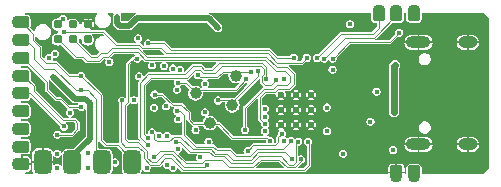
<source format=gbr>
%TF.GenerationSoftware,KiCad,Pcbnew,8.0.3*%
%TF.CreationDate,2024-06-14T23:01:07+10:00*%
%TF.ProjectId,rs-probe,72732d70-726f-4626-952e-6b696361645f,rev?*%
%TF.SameCoordinates,Original*%
%TF.FileFunction,Copper,L4,Bot*%
%TF.FilePolarity,Positive*%
%FSLAX46Y46*%
G04 Gerber Fmt 4.6, Leading zero omitted, Abs format (unit mm)*
G04 Created by KiCad (PCBNEW 8.0.3) date 2024-06-14 23:01:07*
%MOMM*%
%LPD*%
G01*
G04 APERTURE LIST*
G04 Aperture macros list*
%AMRoundRect*
0 Rectangle with rounded corners*
0 $1 Rounding radius*
0 $2 $3 $4 $5 $6 $7 $8 $9 X,Y pos of 4 corners*
0 Add a 4 corners polygon primitive as box body*
4,1,4,$2,$3,$4,$5,$6,$7,$8,$9,$2,$3,0*
0 Add four circle primitives for the rounded corners*
1,1,$1+$1,$2,$3*
1,1,$1+$1,$4,$5*
1,1,$1+$1,$6,$7*
1,1,$1+$1,$8,$9*
0 Add four rect primitives between the rounded corners*
20,1,$1+$1,$2,$3,$4,$5,0*
20,1,$1+$1,$4,$5,$6,$7,0*
20,1,$1+$1,$6,$7,$8,$9,0*
20,1,$1+$1,$8,$9,$2,$3,0*%
G04 Aperture macros list end*
%TA.AperFunction,ComponentPad*%
%ADD10O,2.100000X1.000000*%
%TD*%
%TA.AperFunction,ComponentPad*%
%ADD11O,1.600000X1.000000*%
%TD*%
%TA.AperFunction,ComponentPad*%
%ADD12C,0.600000*%
%TD*%
%TA.AperFunction,SMDPad,CuDef*%
%ADD13RoundRect,0.275000X0.325000X0.275000X-0.325000X0.275000X-0.325000X-0.275000X0.325000X-0.275000X0*%
%TD*%
%TA.AperFunction,ComponentPad*%
%ADD14C,1.100000*%
%TD*%
%TA.AperFunction,SMDPad,CuDef*%
%ADD15RoundRect,0.275000X0.275000X-0.325000X0.275000X0.325000X-0.275000X0.325000X-0.275000X-0.325000X0*%
%TD*%
%TA.AperFunction,SMDPad,CuDef*%
%ADD16RoundRect,0.275000X-0.275000X0.325000X-0.275000X-0.325000X0.275000X-0.325000X0.275000X0.325000X0*%
%TD*%
%TA.AperFunction,ConnectorPad*%
%ADD17C,0.787400*%
%TD*%
%TA.AperFunction,SMDPad,CuDef*%
%ADD18C,1.000000*%
%TD*%
%TA.AperFunction,SMDPad,CuDef*%
%ADD19RoundRect,0.375000X0.375000X0.625000X-0.375000X0.625000X-0.375000X-0.625000X0.375000X-0.625000X0*%
%TD*%
%TA.AperFunction,ViaPad*%
%ADD20C,0.450000*%
%TD*%
%TA.AperFunction,Conductor*%
%ADD21C,0.200000*%
%TD*%
%TA.AperFunction,Conductor*%
%ADD22C,0.100000*%
%TD*%
%TA.AperFunction,Conductor*%
%ADD23C,0.300000*%
%TD*%
%TA.AperFunction,Conductor*%
%ADD24C,0.600000*%
%TD*%
%TA.AperFunction,Conductor*%
%ADD25C,0.500000*%
%TD*%
G04 APERTURE END LIST*
D10*
%TO.P,J1,S1,SHIELD*%
%TO.N,GND*%
X33870000Y2680000D03*
D11*
X38050000Y2680000D03*
D10*
X33870000Y11320000D03*
D11*
X38050000Y11320000D03*
%TD*%
D12*
%TO.P,U6,57,GND*%
%TO.N,GND*%
X24775000Y6875000D03*
X23500000Y6875000D03*
X22225000Y6875000D03*
X24775000Y5600000D03*
X23500000Y5600000D03*
X22225000Y5600000D03*
X24775000Y4325000D03*
X23500000Y4325000D03*
X22225000Y4325000D03*
%TD*%
D13*
%TO.P,J2,1,Pin_1*%
%TO.N,GND*%
X300000Y1000000D03*
D14*
X0Y1000000D03*
D13*
%TO.P,J2,2,Pin_2*%
%TO.N,/T_VCP_RX*%
X308000Y2500000D03*
D14*
X0Y2500000D03*
D13*
%TO.P,J2,3,Pin_3*%
%TO.N,/T_VCP_TX*%
X308000Y4000000D03*
D14*
X0Y4000000D03*
D13*
%TO.P,J2,4,Pin_4*%
%TO.N,/T_~{RESET}*%
X308000Y5500000D03*
D14*
X0Y5500000D03*
D13*
%TO.P,J2,5,Pin_5*%
%TO.N,/T_TDI*%
X308000Y7000000D03*
D14*
X0Y7000000D03*
D13*
%TO.P,J2,6,Pin_6*%
%TO.N,/T_GNDDetect*%
X308000Y8500000D03*
D14*
X0Y8500000D03*
D13*
%TO.P,J2,7,Pin_7*%
%TO.N,/T_SWO_TDO*%
X308000Y10000000D03*
D14*
X0Y10000000D03*
D13*
%TO.P,J2,8,Pin_8*%
%TO.N,/T_SWDCLK_JCLK*%
X308000Y11500000D03*
D14*
X0Y11500000D03*
D13*
%TO.P,J2,9,Pin_9*%
%TO.N,/T_SWDIO_TMS*%
X308000Y13000000D03*
D14*
X0Y13000000D03*
%TD*%
D15*
%TO.P,J4,1,Pin_1*%
%TO.N,/GPIO2*%
X30500000Y13700000D03*
D14*
X30500000Y14000000D03*
D15*
%TO.P,J4,2,Pin_2*%
%TO.N,/GPIO1*%
X32000000Y13692000D03*
D14*
X32000000Y14000000D03*
D15*
%TO.P,J4,3,Pin_3*%
%TO.N,/T_VCC*%
X33500000Y13692000D03*
D14*
X33500000Y14000000D03*
%TD*%
D16*
%TO.P,J3,1,Pin_1*%
%TO.N,/5V_KEY*%
X33500000Y300000D03*
D14*
X33500000Y0D03*
D16*
%TO.P,J3,2,Pin_2*%
%TO.N,GND*%
X32000000Y308000D03*
D14*
X32000000Y0D03*
%TD*%
D17*
%TO.P,J5,1,VCC*%
%TO.N,+3.3V*%
X3330000Y12835000D03*
%TO.P,J5,2,SWDIO*%
%TO.N,/P_SWDIO*%
X3330000Y11565000D03*
%TO.P,J5,3,~{RESET}*%
%TO.N,unconnected-(J5-~{RESET}-Pad3)*%
X4600000Y12835000D03*
%TO.P,J5,4,SWCLK*%
%TO.N,/P_SWCLK*%
X4600000Y11565000D03*
%TO.P,J5,5,GND*%
%TO.N,GND*%
X5870000Y12835000D03*
%TO.P,J5,6,SWO*%
%TO.N,unconnected-(J5-SWO-Pad6)*%
X5870000Y11565000D03*
%TD*%
D18*
%TO.P,TP1,1,1*%
%TO.N,/DIR_SWDIO_TMS*%
X15000000Y7000000D03*
%TD*%
%TO.P,TP3,1,1*%
%TO.N,/SWDCLK_JCLK*%
X18100000Y6000000D03*
%TD*%
%TO.P,TP4,1,1*%
%TO.N,/SWDIO_TMS*%
X18400000Y8500000D03*
%TD*%
%TO.P,TP2,1,1*%
%TO.N,/DIR_SWDCLK_JCLK*%
X16200000Y4500000D03*
%TD*%
D19*
%TO.P,J8,1,Pin_1*%
%TO.N,/T_SWDIO_TMS*%
X9600000Y1200000D03*
%TD*%
%TO.P,J7,1,Pin_1*%
%TO.N,/T_VCC*%
X4560000Y1200000D03*
%TD*%
%TO.P,J6,1,Pin_1*%
%TO.N,GND*%
X2050000Y1200000D03*
%TD*%
%TO.P,J9,1,Pin_1*%
%TO.N,/T_SWDCLK_JCLK*%
X7100000Y1200000D03*
%TD*%
D20*
%TO.N,Net-(D3-A)*%
X10200000Y8450000D03*
X10120000Y11660000D03*
%TO.N,GND*%
X11030000Y10460000D03*
X8970000Y13380000D03*
X9800000Y5600000D03*
X15200000Y7900000D03*
X35575000Y450000D03*
X14350000Y12625000D03*
X5850000Y13500000D03*
X13850000Y11350000D03*
X32400000Y10800000D03*
X34500000Y13550000D03*
X18600000Y2100000D03*
X1900000Y500000D03*
X14770000Y1560000D03*
X13300000Y3800000D03*
X16500000Y7800000D03*
X29100000Y7850000D03*
X26050000Y6750000D03*
X29700000Y6200000D03*
X19075000Y12600000D03*
X15200000Y5400000D03*
X13200000Y6500000D03*
X20300000Y11460000D03*
X1900000Y1300000D03*
X1300000Y13550000D03*
X32000000Y10100000D03*
X31800000Y3900000D03*
X34100000Y7500000D03*
X39550000Y2725000D03*
X20714812Y985188D03*
X18400000Y4000000D03*
X32300000Y3100000D03*
X11000000Y7500000D03*
X28650000Y8900000D03*
X18280000Y11140000D03*
X1400000Y6000000D03*
X17312878Y5416746D03*
X26800000Y2300000D03*
X9500000Y3300000D03*
X15250000Y2950000D03*
X15870000Y9420000D03*
X10050000Y12250000D03*
X28800000Y2900000D03*
X17400000Y8200000D03*
X17200000Y2600000D03*
X6400000Y10500000D03*
X29700000Y5300000D03*
X30800000Y8300000D03*
X25200000Y3100000D03*
X8500000Y550000D03*
X31500000Y3300000D03*
X3000000Y13550000D03*
X27050000Y9500000D03*
X8230000Y6530000D03*
X37275000Y450000D03*
X39550000Y11300000D03*
X17100000Y3500000D03*
X3300000Y5900000D03*
X3200000Y7200000D03*
X1900000Y7300000D03*
X16500000Y5400000D03*
X37300000Y13550000D03*
X32200000Y1500000D03*
X11700000Y12288306D03*
%TO.N,+3.3V*%
X12600000Y3400000D03*
X22500000Y8200000D03*
X20900000Y3800000D03*
X30325000Y7150000D03*
X12550000Y949989D03*
X13700000Y9000000D03*
X20900000Y5700000D03*
X16100000Y2900000D03*
X31700000Y2200000D03*
X27500000Y1900000D03*
X29800000Y4600000D03*
X15800000Y7800000D03*
X26600000Y9000000D03*
X15800000Y5400000D03*
X3800000Y13300000D03*
X12500000Y5900000D03*
X13100000Y9100000D03*
X22500000Y3000000D03*
%TO.N,+5V*%
X31800000Y5400000D03*
X31900000Y9400000D03*
%TO.N,/T_GNDDetect*%
X3300000Y3500000D03*
%TO.N,/T_VCP_RX*%
X3300000Y1900000D03*
X2600000Y10000000D03*
X3300000Y700000D03*
X8200000Y1150000D03*
%TO.N,/T_VCP_TX*%
X5900000Y700000D03*
X9800000Y6425000D03*
X5900000Y1950000D03*
%TO.N,/P_SWCLK*%
X20900000Y4400000D03*
%TO.N,/P_SWDIO*%
X19200000Y3900000D03*
%TO.N,/T_SWO_TDO*%
X5300000Y5850000D03*
%TO.N,/T_SWDIO_TMS*%
X9550000Y600000D03*
X10100000Y950000D03*
X5300000Y8500000D03*
%TO.N,/T_SWDCLK_JCLK*%
X6750000Y700000D03*
X6750000Y1950000D03*
X5300000Y7250000D03*
%TO.N,/T_TDI*%
X3100000Y10350000D03*
X3850000Y4200000D03*
%TO.N,/T_VCC*%
X7700000Y9650000D03*
X2900000Y8400000D03*
X4325000Y1900000D03*
X4325000Y700000D03*
%TO.N,/T_VCC_EN*%
X10980000Y11250000D03*
X23300000Y10000000D03*
%TO.N,/T_VCC_MEAS*%
X8800000Y6400000D03*
X24500000Y2900000D03*
%TO.N,/GPIO2*%
X25300000Y10000000D03*
%TO.N,/GPIO1*%
X25900000Y9950000D03*
%TO.N,/PROTECTED_5V*%
X8350000Y13500000D03*
X16900000Y12550000D03*
%TO.N,/5V_KEY*%
X10850000Y650000D03*
X15390000Y1570000D03*
X4350000Y5350000D03*
%TO.N,/5V_KEY_EN*%
X24400000Y10000000D03*
X3900000Y12200000D03*
%TO.N,/VS_T*%
X10070000Y9950000D03*
X15959519Y975500D03*
%TO.N,/TRANS_VCC*%
X13500000Y4800000D03*
X11900000Y3400000D03*
X13100000Y700000D03*
X13514812Y2314812D03*
X11500000Y5800000D03*
X15000000Y3900000D03*
X13400000Y7300000D03*
X12300000Y9310000D03*
%TO.N,+1V1*%
X26100000Y3800000D03*
X20900000Y5000000D03*
X26100000Y5800000D03*
%TO.N,/PWM_VS*%
X22300000Y3600000D03*
X19400000Y2100000D03*
%TO.N,/DIR_VCP_RX*%
X23920000Y1420000D03*
X11450000Y1580000D03*
%TO.N,/DIR_VCP_TX*%
X23700000Y2900000D03*
X13300000Y2900000D03*
%TO.N,/~{RESET}*%
X21000000Y8200000D03*
X11000000Y2600000D03*
%TO.N,/GNDDetect*%
X11000000Y3200000D03*
X21800000Y8100000D03*
%TO.N,/SWDCLK_JCLK*%
X16900000Y6400000D03*
X20290000Y8880000D03*
%TO.N,/SWDIO_TMS*%
X19700000Y8800000D03*
X15200000Y8525500D03*
%TO.N,/DIR_TDI*%
X23120000Y1420000D03*
X11300000Y3700000D03*
%TO.N,/DIR_SWO_TDO*%
X13400000Y5500000D03*
X23100000Y3000000D03*
%TO.N,/DIR_SWDCLK_JCLK*%
X11530000Y6900000D03*
X21300000Y3000000D03*
%TO.N,/DIR_SWDIO_TMS*%
X19300000Y8200000D03*
X13500000Y7900000D03*
%TO.N,/VS2_T*%
X11300000Y9390000D03*
X28080000Y12860000D03*
%TO.N,/PWM2_VS*%
X32250000Y12150000D03*
X26600000Y9950000D03*
%TD*%
D21*
%TO.N,GND*%
X32000000Y308000D02*
X32000000Y1300000D01*
D22*
X5870000Y12835000D02*
X5870000Y13480000D01*
X5870000Y13480000D02*
X5850000Y13500000D01*
D23*
X2020000Y520000D02*
X2000000Y500000D01*
D21*
X32000000Y1300000D02*
X32200000Y1500000D01*
D23*
X1900000Y1300000D02*
X2020000Y520000D01*
X2020000Y1200000D02*
X1900000Y1300000D01*
D21*
%TO.N,+3.3V*%
X3335000Y12835000D02*
X3800000Y13300000D01*
D24*
%TO.N,+5V*%
X31800000Y5400000D02*
X31800000Y9300000D01*
X31800000Y9300000D02*
X31900000Y9400000D01*
D22*
%TO.N,/T_GNDDetect*%
X1300000Y7600000D02*
X400000Y8500000D01*
X3750000Y4750000D02*
X1300000Y7200000D01*
X4550000Y3500000D02*
X5000000Y3950000D01*
X1300000Y7200000D02*
X1300000Y7600000D01*
X400000Y8500000D02*
X308000Y8500000D01*
X4750000Y4750000D02*
X3750000Y4750000D01*
X3300000Y3500000D02*
X4550000Y3500000D01*
X5000000Y3950000D02*
X5000000Y4500000D01*
X5000000Y4500000D02*
X4750000Y4750000D01*
%TO.N,/P_SWCLK*%
X20450000Y4850000D02*
X20900000Y4400000D01*
X6650000Y10050000D02*
X7000000Y10400000D01*
X11299519Y10099519D02*
X21000481Y10099519D01*
X11250000Y10050000D02*
X11299519Y10099519D01*
X10860000Y10050000D02*
X11250000Y10050000D01*
X23350000Y7800000D02*
X22950000Y7400000D01*
X21000481Y10099519D02*
X21850000Y9250000D01*
X6115000Y10050000D02*
X6650000Y10050000D01*
X7504669Y10400000D02*
X7904669Y10800000D01*
X20450000Y6650000D02*
X20450000Y4850000D01*
X4600000Y11565000D02*
X6115000Y10050000D01*
X7000000Y10400000D02*
X7504669Y10400000D01*
X21850000Y9250000D02*
X22750000Y9250000D01*
X10110000Y10800000D02*
X10860000Y10050000D01*
X21700000Y7100000D02*
X20900000Y7100000D01*
X23350000Y8650000D02*
X23350000Y7800000D01*
X22000000Y7400000D02*
X21700000Y7100000D01*
X7904669Y10800000D02*
X10110000Y10800000D01*
X22750000Y9250000D02*
X23350000Y8650000D01*
X20900000Y7100000D02*
X20450000Y6650000D01*
X22950000Y7400000D02*
X22000000Y7400000D01*
%TO.N,/P_SWDIO*%
X23000000Y8500000D02*
X22600000Y8900000D01*
X5500000Y10050000D02*
X4845000Y10050000D01*
X22750000Y7700000D02*
X23000000Y7950000D01*
X19200000Y5800000D02*
X20800000Y7400000D01*
X10110000Y10475000D02*
X7975000Y10475000D01*
X7150000Y10050000D02*
X6850000Y9750000D01*
X21550000Y7400000D02*
X21850000Y7700000D01*
X7975000Y10475000D02*
X7550000Y10050000D01*
X22600000Y8900000D02*
X21800000Y8900000D01*
X4845000Y10050000D02*
X3330000Y11565000D01*
X20850000Y9850000D02*
X10735000Y9850000D01*
X10735000Y9850000D02*
X10110000Y10475000D01*
X19200000Y3900000D02*
X19200000Y5800000D01*
X7550000Y10050000D02*
X7150000Y10050000D01*
X5800000Y9750000D02*
X5500000Y10050000D01*
X21800000Y8900000D02*
X20850000Y9850000D01*
X23000000Y7950000D02*
X23000000Y8500000D01*
X20800000Y7400000D02*
X21550000Y7400000D01*
X6850000Y9750000D02*
X5800000Y9750000D01*
X21850000Y7700000D02*
X22750000Y7700000D01*
%TO.N,/T_SWO_TDO*%
X4250000Y5850000D02*
X3600000Y6500000D01*
X5300000Y5850000D02*
X4250000Y5850000D01*
X400000Y10000000D02*
X308000Y10000000D01*
X3200000Y6500000D02*
X2450000Y7250000D01*
X3600000Y6500000D02*
X3200000Y6500000D01*
X2450000Y7250000D02*
X2450000Y7950000D01*
X2450000Y7950000D02*
X400000Y10000000D01*
%TO.N,/T_SWDIO_TMS*%
X9600000Y1400000D02*
X8400000Y2600000D01*
X2300000Y9600000D02*
X1850000Y10050000D01*
X7400000Y2600000D02*
X6950000Y3050000D01*
X1850000Y10050000D02*
X1850000Y10900000D01*
X5300000Y8500000D02*
X4250000Y8500000D01*
X3150000Y9600000D02*
X2300000Y9600000D01*
X6950000Y6850000D02*
X5300000Y8500000D01*
X8400000Y2600000D02*
X7400000Y2600000D01*
X4250000Y8500000D02*
X3150000Y9600000D01*
X9600000Y1200000D02*
X9600000Y1400000D01*
X1850000Y10900000D02*
X1250000Y11500000D01*
X1250000Y12058000D02*
X308000Y13000000D01*
X1250000Y11500000D02*
X1250000Y12058000D01*
X6950000Y3050000D02*
X6950000Y6850000D01*
%TO.N,/T_SWDCLK_JCLK*%
X6600000Y6500000D02*
X6600000Y2100000D01*
X6600000Y2100000D02*
X7100000Y1600000D01*
X600000Y11500000D02*
X1300000Y10800000D01*
X3050000Y9100000D02*
X4900000Y7250000D01*
X308000Y11500000D02*
X600000Y11500000D01*
X1300000Y10800000D02*
X1300000Y9925000D01*
X4900000Y7250000D02*
X5850000Y7250000D01*
X7100000Y1600000D02*
X7100000Y1200000D01*
X1300000Y9925000D02*
X2125000Y9100000D01*
X5850000Y7250000D02*
X6600000Y6500000D01*
X2125000Y9100000D02*
X3050000Y9100000D01*
%TO.N,/T_TDI*%
X1000000Y7000000D02*
X308000Y7000000D01*
X3800000Y4200000D02*
X1000000Y7000000D01*
X3850000Y4200000D02*
X3800000Y4200000D01*
D25*
%TO.N,/T_VCC*%
X6050000Y3150000D02*
X4560000Y1660000D01*
X2900000Y8400000D02*
X2912482Y8400000D01*
X4762482Y6550000D02*
X5650000Y6550000D01*
X5650000Y6550000D02*
X6050000Y6150000D01*
X6050000Y6150000D02*
X6050000Y3150000D01*
X4560000Y1660000D02*
X4560000Y1200000D01*
X2912482Y8400000D02*
X4762482Y6550000D01*
D22*
%TO.N,/T_VCC_EN*%
X10980000Y11250000D02*
X12350000Y11250000D01*
X21200000Y10700000D02*
X21900000Y10000000D01*
X21900000Y10000000D02*
X23300000Y10000000D01*
X12900000Y10700000D02*
X21200000Y10700000D01*
X12350000Y11250000D02*
X12900000Y10700000D01*
%TO.N,/T_VCC_MEAS*%
X11900000Y950000D02*
X12450000Y1500000D01*
X24150000Y500000D02*
X24600000Y950000D01*
X10600000Y1525000D02*
X11175000Y950000D01*
X9050000Y2500000D02*
X10150000Y2500000D01*
X24600000Y950000D02*
X24600000Y2800000D01*
X8800000Y6400000D02*
X8650000Y6250000D01*
X8650000Y6250000D02*
X8650000Y2900000D01*
X8650000Y2900000D02*
X9050000Y2500000D01*
X24600000Y2800000D02*
X24500000Y2900000D01*
X10150000Y2500000D02*
X10600000Y2050000D01*
X11175000Y950000D02*
X11900000Y950000D01*
X12450000Y1500000D02*
X12925000Y1500000D01*
X10600000Y2050000D02*
X10600000Y1525000D01*
X12925000Y1500000D02*
X13925000Y500000D01*
X13925000Y500000D02*
X24150000Y500000D01*
%TO.N,/GPIO2*%
X27350000Y12050000D02*
X30000000Y12050000D01*
X30000000Y12050000D02*
X30500000Y12550000D01*
X30500000Y12550000D02*
X30500000Y13700000D01*
X25300000Y10000000D02*
X27350000Y12050000D01*
%TO.N,/GPIO1*%
X32000000Y13600000D02*
X32000000Y13692000D01*
X27650000Y11700000D02*
X30100000Y11700000D01*
X30100000Y11700000D02*
X32000000Y13600000D01*
X25900000Y9950000D02*
X27650000Y11700000D01*
D25*
%TO.N,/PROTECTED_5V*%
X8560000Y12730000D02*
X8350000Y12940000D01*
X16110000Y13340000D02*
X10010000Y13340000D01*
X9400000Y12730000D02*
X8560000Y12730000D01*
X16900000Y12550000D02*
X16110000Y13340000D01*
X8350000Y12940000D02*
X8350000Y13500000D01*
X10010000Y13340000D02*
X9400000Y12730000D01*
D22*
%TO.N,/5V_KEY_EN*%
X8300000Y11100000D02*
X7200000Y12200000D01*
X12500000Y10400000D02*
X12040000Y10860000D01*
X21900000Y9600000D02*
X21100000Y10400000D01*
X10480000Y10860000D02*
X10240000Y11100000D01*
X24400000Y10000000D02*
X24000000Y9600000D01*
X21100000Y10400000D02*
X12500000Y10400000D01*
X7200000Y12200000D02*
X3900000Y12200000D01*
X24000000Y9600000D02*
X21900000Y9600000D01*
X12040000Y10860000D02*
X10480000Y10860000D01*
X10240000Y11100000D02*
X8300000Y11100000D01*
%TO.N,/VS_T*%
X9300000Y9500000D02*
X9300000Y6300000D01*
X11670000Y1170000D02*
X12350000Y1850000D01*
X9050000Y6050000D02*
X9050000Y3100000D01*
X9750000Y9950000D02*
X9300000Y9500000D01*
X12350000Y1850000D02*
X13000000Y1850000D01*
X9300000Y2850000D02*
X10150000Y2850000D01*
X10070000Y9950000D02*
X9750000Y9950000D01*
X11270000Y1170000D02*
X11670000Y1170000D01*
X9050000Y3100000D02*
X9300000Y2850000D01*
X9300000Y6300000D02*
X9050000Y6050000D01*
X10900000Y2100000D02*
X10900000Y1540000D01*
X14050000Y800000D02*
X15784019Y800000D01*
X10900000Y1540000D02*
X11270000Y1170000D01*
X13000000Y1850000D02*
X14050000Y800000D01*
X10150000Y2850000D02*
X10900000Y2100000D01*
X15784019Y800000D02*
X15959519Y975500D01*
%TO.N,/PWM_VS*%
X19400000Y2100000D02*
X19900000Y2600000D01*
X21750000Y2600000D02*
X22000000Y2850000D01*
X22000000Y2850000D02*
X22000000Y3300000D01*
X22000000Y3300000D02*
X22300000Y3600000D01*
X19900000Y2600000D02*
X21750000Y2600000D01*
%TO.N,/DIR_VCP_RX*%
X12020000Y2150000D02*
X13110000Y2150000D01*
X22700000Y750000D02*
X23400000Y750000D01*
X19900000Y800000D02*
X20500000Y1400000D01*
X23400000Y750000D02*
X23920000Y1270000D01*
X23920000Y1270000D02*
X23920000Y1420000D01*
X17850000Y800000D02*
X19900000Y800000D01*
X14160000Y1100000D02*
X15500000Y1100000D01*
X11450000Y1580000D02*
X12020000Y2150000D01*
X15800000Y1400000D02*
X17250000Y1400000D01*
X15500000Y1100000D02*
X15800000Y1400000D01*
X22050000Y1400000D02*
X22700000Y750000D01*
X20500000Y1400000D02*
X22050000Y1400000D01*
X13110000Y2150000D02*
X14160000Y1100000D01*
X17250000Y1400000D02*
X17850000Y800000D01*
%TO.N,/DIR_VCP_TX*%
X23520000Y1220000D02*
X23270000Y970000D01*
X23270000Y970000D02*
X22930000Y970000D01*
X14525000Y2025000D02*
X13650000Y2900000D01*
X16535000Y1665000D02*
X16175000Y2025000D01*
X16175000Y2025000D02*
X14525000Y2025000D01*
X13650000Y2900000D02*
X13300000Y2900000D01*
X19775000Y1100000D02*
X18000000Y1100000D01*
X18000000Y1100000D02*
X17435000Y1665000D01*
X23520000Y2720000D02*
X23520000Y1220000D01*
X17435000Y1665000D02*
X16535000Y1665000D01*
X23700000Y2900000D02*
X23520000Y2720000D01*
X22930000Y970000D02*
X22200000Y1700000D01*
X20375000Y1700000D02*
X19775000Y1100000D01*
X22200000Y1700000D02*
X20375000Y1700000D01*
%TO.N,/~{RESET}*%
X17000000Y9600000D02*
X16400000Y9000000D01*
X10300000Y3300000D02*
X11000000Y2600000D01*
X16400000Y9000000D02*
X15725000Y9000000D01*
X21000000Y8200000D02*
X21000000Y9200000D01*
X15425000Y9300000D02*
X14800000Y9300000D01*
X10300000Y7900000D02*
X10300000Y3300000D01*
X11000000Y8600000D02*
X10300000Y7900000D01*
X15725000Y9000000D02*
X15425000Y9300000D01*
X14100000Y8600000D02*
X11000000Y8600000D01*
X20600000Y9600000D02*
X17000000Y9600000D01*
X21000000Y9200000D02*
X20600000Y9600000D01*
X14800000Y9300000D02*
X14100000Y8600000D01*
%TO.N,/GNDDetect*%
X20540000Y9300000D02*
X17233918Y9300000D01*
X21400000Y7700000D02*
X20900000Y7700000D01*
X21800000Y8100000D02*
X21400000Y7700000D01*
X14275000Y8300000D02*
X11200000Y8300000D01*
X20600000Y8000000D02*
X20600000Y8500000D01*
X15650000Y8700000D02*
X15400000Y8950000D01*
X20750000Y8650000D02*
X20750000Y9090000D01*
X17233918Y9300000D02*
X16633918Y8700000D01*
X15400000Y8950000D02*
X14925000Y8950000D01*
X20600000Y8500000D02*
X20750000Y8650000D01*
X16633918Y8700000D02*
X15650000Y8700000D01*
X14925000Y8950000D02*
X14275000Y8300000D01*
X20900000Y7700000D02*
X20600000Y8000000D01*
X20750000Y9090000D02*
X20540000Y9300000D01*
X11200000Y8300000D02*
X10600000Y7700000D01*
X10600000Y7700000D02*
X10600000Y3600000D01*
X10600000Y3600000D02*
X11000000Y3200000D01*
%TO.N,/SWDCLK_JCLK*%
X20290000Y8440000D02*
X18250000Y6400000D01*
X20290000Y8880000D02*
X20290000Y8440000D01*
X18250000Y6400000D02*
X16900000Y6400000D01*
%TO.N,/SWDIO_TMS*%
X17300000Y8800000D02*
X16850000Y8350000D01*
X15375500Y8350000D02*
X15200000Y8525500D01*
X19700000Y8800000D02*
X17300000Y8800000D01*
X16850000Y8350000D02*
X15375500Y8350000D01*
%TO.N,/DIR_TDI*%
X14762500Y2262500D02*
X13693403Y3331597D01*
X13693403Y3331597D02*
X13131597Y3331597D01*
X16675000Y1900000D02*
X16312500Y2262500D01*
X11452602Y3547398D02*
X11300000Y3700000D01*
X19700000Y1400000D02*
X18200000Y1400000D01*
X23120000Y1420000D02*
X22540000Y2000000D01*
X12727804Y2927804D02*
X11690296Y2927804D01*
X20300000Y2000000D02*
X19700000Y1400000D01*
X17700000Y1900000D02*
X16675000Y1900000D01*
X18200000Y1400000D02*
X17700000Y1900000D01*
X11452602Y3165498D02*
X11452602Y3547398D01*
X22540000Y2000000D02*
X20300000Y2000000D01*
X11690296Y2927804D02*
X11452602Y3165498D01*
X13131597Y3331597D02*
X12727804Y2927804D01*
X16312500Y2262500D02*
X14762500Y2262500D01*
%TO.N,/DIR_SWO_TDO*%
X14000000Y3500000D02*
X14000000Y5200000D01*
X23100000Y3000000D02*
X22400000Y2300000D01*
X17900000Y2200000D02*
X16800000Y2200000D01*
X16800000Y2200000D02*
X16500000Y2500000D01*
X20200000Y2300000D02*
X19600000Y1700000D01*
X18400000Y1700000D02*
X17900000Y2200000D01*
X15000000Y2500000D02*
X14000000Y3500000D01*
X22400000Y2300000D02*
X20200000Y2300000D01*
X14000000Y5200000D02*
X13700000Y5500000D01*
X13700000Y5500000D02*
X13400000Y5500000D01*
X16500000Y2500000D02*
X15000000Y2500000D01*
X19600000Y1700000D02*
X18400000Y1700000D01*
%TO.N,/DIR_SWDCLK_JCLK*%
X13800000Y6000000D02*
X14400000Y5400000D01*
X13050000Y6000000D02*
X13800000Y6000000D01*
X14800000Y4400000D02*
X16950000Y4400000D01*
X12150000Y6900000D02*
X13050000Y6000000D01*
X16950000Y4400000D02*
X18100000Y3250000D01*
X14400000Y4800000D02*
X14800000Y4400000D01*
X11530000Y6900000D02*
X12150000Y6900000D01*
X21050000Y3250000D02*
X21300000Y3000000D01*
X18100000Y3250000D02*
X21050000Y3250000D01*
X14400000Y5400000D02*
X14400000Y4800000D01*
%TO.N,/DIR_SWDIO_TMS*%
X14800000Y7300000D02*
X18400000Y7300000D01*
X13500000Y7900000D02*
X14200000Y7900000D01*
X14200000Y7900000D02*
X14800000Y7300000D01*
X18400000Y7300000D02*
X19300000Y8200000D01*
%TO.N,/PWM2_VS*%
X32250000Y12150000D02*
X31450000Y11350000D01*
X31450000Y11350000D02*
X28000000Y11350000D01*
X28000000Y11350000D02*
X26600000Y9950000D01*
%TD*%
%TA.AperFunction,Conductor*%
%TO.N,GND*%
G36*
X1101492Y6657385D02*
G01*
X3490082Y4268795D01*
X3504434Y4234147D01*
X3503690Y4225640D01*
X3500160Y4205617D01*
X3499170Y4200000D01*
X3503578Y4175000D01*
X3520328Y4080007D01*
X3581247Y3974493D01*
X3581248Y3974492D01*
X3581249Y3974491D01*
X3674585Y3896172D01*
X3789079Y3854500D01*
X3789080Y3854500D01*
X3910920Y3854500D01*
X3910921Y3854500D01*
X4025415Y3896172D01*
X4118751Y3974491D01*
X4179672Y4080009D01*
X4200830Y4200000D01*
X4179672Y4319991D01*
X4179671Y4319993D01*
X4179671Y4319994D01*
X4118752Y4425508D01*
X4092078Y4447890D01*
X4038361Y4492965D01*
X4021045Y4526230D01*
X4032323Y4561997D01*
X4065589Y4579314D01*
X4069859Y4579500D01*
X4659081Y4579500D01*
X4693729Y4565148D01*
X4815148Y4443729D01*
X4829500Y4409081D01*
X4829500Y4040919D01*
X4815148Y4006271D01*
X4493729Y3684852D01*
X4459081Y3670500D01*
X3628801Y3670500D01*
X3594153Y3684852D01*
X3586366Y3695000D01*
X3568752Y3725508D01*
X3568750Y3725511D01*
X3475415Y3803828D01*
X3431007Y3819991D01*
X3360921Y3845500D01*
X3239079Y3845500D01*
X3219462Y3838360D01*
X3124584Y3803828D01*
X3031247Y3725508D01*
X2970328Y3619994D01*
X2949170Y3500000D01*
X2970328Y3380007D01*
X3031247Y3274493D01*
X3031248Y3274492D01*
X3031249Y3274491D01*
X3124585Y3196172D01*
X3239079Y3154500D01*
X3239080Y3154500D01*
X3360920Y3154500D01*
X3360921Y3154500D01*
X3475415Y3196172D01*
X3568751Y3274491D01*
X3586366Y3305000D01*
X3616119Y3327830D01*
X3628801Y3329500D01*
X4583913Y3329500D01*
X4583915Y3329500D01*
X4646580Y3355457D01*
X4646582Y3355459D01*
X4646583Y3355459D01*
X5144541Y3853417D01*
X5144541Y3853418D01*
X5144543Y3853420D01*
X5170500Y3916085D01*
X5170500Y3983915D01*
X5170500Y4533915D01*
X5144543Y4596580D01*
X5096580Y4644543D01*
X4975038Y4766085D01*
X4846582Y4894542D01*
X4830880Y4901046D01*
X4824164Y4903828D01*
X4783916Y4920500D01*
X4783915Y4920500D01*
X4458025Y4920500D01*
X4423377Y4934852D01*
X4409025Y4969500D01*
X4423377Y5004148D01*
X4441264Y5015544D01*
X4525415Y5046172D01*
X4618751Y5124491D01*
X4679672Y5230009D01*
X4700830Y5350000D01*
X4679672Y5469991D01*
X4679671Y5469993D01*
X4679671Y5469994D01*
X4618752Y5575508D01*
X4613390Y5580007D01*
X4597948Y5592965D01*
X4580632Y5626230D01*
X4591910Y5661997D01*
X4625176Y5679314D01*
X4629446Y5679500D01*
X4971199Y5679500D01*
X5005847Y5665148D01*
X5013634Y5655000D01*
X5031247Y5624493D01*
X5031249Y5624490D01*
X5090836Y5574491D01*
X5124585Y5546172D01*
X5239079Y5504500D01*
X5239080Y5504500D01*
X5360920Y5504500D01*
X5360921Y5504500D01*
X5475415Y5546172D01*
X5568751Y5624491D01*
X5573919Y5633443D01*
X5588065Y5657943D01*
X5617818Y5680773D01*
X5655000Y5675878D01*
X5677830Y5646125D01*
X5679500Y5633443D01*
X5679500Y3323764D01*
X5665148Y3289116D01*
X4710883Y2334852D01*
X4676235Y2320500D01*
X4137603Y2320500D01*
X4078595Y2314157D01*
X3945087Y2264361D01*
X3831026Y2178974D01*
X3745638Y2064912D01*
X3745636Y2064908D01*
X3724425Y2008040D01*
X3698870Y1980592D01*
X3661391Y1979254D01*
X3633943Y2004809D01*
X3630260Y2016656D01*
X3629672Y2019991D01*
X3611128Y2052110D01*
X3568752Y2125508D01*
X3558735Y2133913D01*
X3475415Y2203828D01*
X3360921Y2245500D01*
X3239079Y2245500D01*
X3201837Y2231945D01*
X3124584Y2203828D01*
X3031247Y2125508D01*
X2986709Y2048365D01*
X2956956Y2025535D01*
X2919774Y2030430D01*
X2898690Y2054889D01*
X2886922Y2084730D01*
X2799720Y2199721D01*
X2684729Y2286923D01*
X2550464Y2339870D01*
X2550465Y2339870D01*
X2466105Y2350000D01*
X2125000Y2350000D01*
X2125000Y1275000D01*
X2950000Y1275000D01*
X2950000Y1637587D01*
X2964352Y1672235D01*
X2999000Y1686587D01*
X3030497Y1675123D01*
X3031247Y1674493D01*
X3031249Y1674491D01*
X3124585Y1596172D01*
X3239079Y1554500D01*
X3239080Y1554500D01*
X3360920Y1554500D01*
X3360921Y1554500D01*
X3475415Y1596172D01*
X3568751Y1674491D01*
X3598065Y1725264D01*
X3627818Y1748094D01*
X3665000Y1743199D01*
X3687830Y1713446D01*
X3689500Y1700764D01*
X3689500Y899236D01*
X3675148Y864588D01*
X3640500Y850236D01*
X3605852Y864588D01*
X3598065Y874736D01*
X3568752Y925508D01*
X3560077Y932787D01*
X3475415Y1003828D01*
X3360921Y1045500D01*
X3239079Y1045500D01*
X3196512Y1030007D01*
X3124584Y1003828D01*
X3030497Y924878D01*
X2994730Y913600D01*
X2961464Y930917D01*
X2950000Y962414D01*
X2950000Y1125000D01*
X1150000Y1125000D01*
X1150000Y533895D01*
X1160130Y449535D01*
X1213077Y315272D01*
X1240501Y279107D01*
X1250001Y242828D01*
X1231064Y210456D01*
X1201457Y200500D01*
X603346Y200500D01*
X568698Y214852D01*
X567197Y216353D01*
X552845Y251001D01*
X567197Y285649D01*
X601845Y300001D01*
X658449Y300001D01*
X757968Y315762D01*
X877916Y376878D01*
X877923Y376883D01*
X973117Y472077D01*
X973121Y472082D01*
X1034236Y592028D01*
X1050000Y691551D01*
X1050000Y925000D01*
X394014Y925000D01*
X400000Y947339D01*
X400000Y1052661D01*
X394014Y1075000D01*
X1049999Y1075000D01*
X1049999Y1308450D01*
X1034238Y1407969D01*
X973122Y1527917D01*
X973117Y1527924D01*
X877923Y1623118D01*
X877918Y1623122D01*
X757971Y1684237D01*
X757972Y1684237D01*
X658449Y1700000D01*
X375000Y1700000D01*
X375000Y1145964D01*
X372741Y1154394D01*
X320080Y1245606D01*
X245606Y1320080D01*
X225000Y1331977D01*
X225000Y1700000D01*
X214852Y1710148D01*
X200500Y1744796D01*
X200500Y1780500D01*
X214852Y1815148D01*
X249500Y1829500D01*
X664127Y1829500D01*
X664128Y1829500D01*
X756740Y1844168D01*
X799796Y1866106D01*
X1150000Y1866106D01*
X1150000Y1275000D01*
X1975000Y1275000D01*
X1975000Y2350000D01*
X1633895Y2350000D01*
X1549534Y2339870D01*
X1415270Y2286923D01*
X1300279Y2199721D01*
X1213077Y2084730D01*
X1160130Y1950466D01*
X1150000Y1866106D01*
X799796Y1866106D01*
X836587Y1884852D01*
X868360Y1901041D01*
X868362Y1901043D01*
X868367Y1901045D01*
X956955Y1989633D01*
X967163Y2009666D01*
X977742Y2030430D01*
X1013832Y2101260D01*
X1028500Y2193872D01*
X1028500Y2806128D01*
X1013832Y2898740D01*
X977206Y2970623D01*
X956959Y3010361D01*
X956954Y3010368D01*
X868367Y3098955D01*
X868360Y3098960D01*
X756742Y3155831D01*
X756741Y3155832D01*
X756740Y3155832D01*
X664128Y3170500D01*
X664127Y3170500D01*
X249500Y3170500D01*
X214852Y3184852D01*
X200500Y3219500D01*
X200500Y3280500D01*
X214852Y3315148D01*
X249500Y3329500D01*
X664127Y3329500D01*
X664128Y3329500D01*
X756740Y3344168D01*
X834161Y3383617D01*
X868360Y3401041D01*
X868362Y3401043D01*
X868367Y3401045D01*
X956955Y3489633D01*
X960288Y3496173D01*
X979518Y3533915D01*
X1013832Y3601260D01*
X1028500Y3693872D01*
X1028500Y4306128D01*
X1013832Y4398740D01*
X978469Y4468144D01*
X956959Y4510361D01*
X956954Y4510368D01*
X868367Y4598955D01*
X868360Y4598960D01*
X756742Y4655831D01*
X756741Y4655832D01*
X756740Y4655832D01*
X664128Y4670500D01*
X664127Y4670500D01*
X249500Y4670500D01*
X214852Y4684852D01*
X200500Y4719500D01*
X200500Y4780500D01*
X214852Y4815148D01*
X249500Y4829500D01*
X664127Y4829500D01*
X664128Y4829500D01*
X756740Y4844168D01*
X848494Y4890919D01*
X868360Y4901041D01*
X868362Y4901043D01*
X868367Y4901045D01*
X956955Y4989633D01*
X957249Y4990209D01*
X983678Y5042080D01*
X1013832Y5101260D01*
X1028500Y5193872D01*
X1028500Y5806128D01*
X1013832Y5898740D01*
X983087Y5959081D01*
X956959Y6010361D01*
X956954Y6010368D01*
X868367Y6098955D01*
X868360Y6098960D01*
X756742Y6155831D01*
X756741Y6155832D01*
X756740Y6155832D01*
X664128Y6170500D01*
X664127Y6170500D01*
X249500Y6170500D01*
X214852Y6184852D01*
X200500Y6219500D01*
X200500Y6280500D01*
X214852Y6315148D01*
X249500Y6329500D01*
X664127Y6329500D01*
X664128Y6329500D01*
X756740Y6344168D01*
X834161Y6383617D01*
X868360Y6401041D01*
X868362Y6401043D01*
X868367Y6401045D01*
X956955Y6489633D01*
X1013832Y6601260D01*
X1018447Y6630404D01*
X1038043Y6662379D01*
X1074509Y6671134D01*
X1101492Y6657385D01*
G37*
%TD.AperFunction*%
%TA.AperFunction,Conductor*%
G36*
X6854148Y2904729D02*
G01*
X7255457Y2503420D01*
X7303420Y2455457D01*
X7366085Y2429500D01*
X8309081Y2429500D01*
X8343729Y2415148D01*
X8738467Y2020410D01*
X8752819Y1985762D01*
X8749730Y1968640D01*
X8735844Y1931408D01*
X8729500Y1872398D01*
X8729500Y527604D01*
X8735843Y468596D01*
X8735845Y468591D01*
X8781504Y346173D01*
X8785639Y335088D01*
X8827728Y278865D01*
X8837003Y242527D01*
X8817867Y210274D01*
X8788502Y200500D01*
X7911498Y200500D01*
X7876850Y214852D01*
X7862498Y249500D01*
X7872272Y278865D01*
X7872453Y279107D01*
X7914362Y335090D01*
X7964155Y468591D01*
X7970500Y527609D01*
X7970499Y795880D01*
X7984851Y830527D01*
X8019499Y844879D01*
X8036254Y841925D01*
X8139079Y804500D01*
X8139080Y804500D01*
X8260920Y804500D01*
X8260921Y804500D01*
X8375415Y846172D01*
X8468751Y924491D01*
X8529672Y1030009D01*
X8550830Y1150000D01*
X8529672Y1269991D01*
X8529671Y1269993D01*
X8529671Y1269994D01*
X8468752Y1375508D01*
X8375415Y1453828D01*
X8283277Y1487363D01*
X8260921Y1495500D01*
X8139079Y1495500D01*
X8116723Y1487363D01*
X8036258Y1458077D01*
X7998790Y1459713D01*
X7973454Y1487363D01*
X7970499Y1504122D01*
X7970499Y1872397D01*
X7964156Y1931405D01*
X7964153Y1931414D01*
X7914362Y2064910D01*
X7912666Y2067175D01*
X7887150Y2101260D01*
X7828974Y2178974D01*
X7741385Y2244543D01*
X7714912Y2264361D01*
X7714910Y2264362D01*
X7581409Y2314155D01*
X7581408Y2314156D01*
X7581406Y2314156D01*
X7522397Y2320500D01*
X7522391Y2320500D01*
X6819500Y2320500D01*
X6784852Y2334852D01*
X6770500Y2369500D01*
X6770500Y2870081D01*
X6784852Y2904729D01*
X6819500Y2919081D01*
X6854148Y2904729D01*
G37*
%TD.AperFunction*%
%TA.AperFunction,Conductor*%
G36*
X6669985Y13785148D02*
G01*
X6684337Y13750500D01*
X6669985Y13715852D01*
X6607303Y13653171D01*
X6607302Y13653170D01*
X6532251Y13540848D01*
X6480555Y13416042D01*
X6480552Y13416031D01*
X6454200Y13283551D01*
X6454200Y13283545D01*
X6454200Y13148455D01*
X6473126Y13053308D01*
X6465809Y13016526D01*
X6448944Y13005258D01*
X6481495Y12996535D01*
X6496936Y12976412D01*
X6532251Y12891153D01*
X6607302Y12778831D01*
X6702830Y12683303D01*
X6815152Y12608252D01*
X6939960Y12556555D01*
X6939966Y12556554D01*
X6939969Y12556553D01*
X7072449Y12530201D01*
X7072452Y12530201D01*
X7072455Y12530200D01*
X7072456Y12530200D01*
X7207544Y12530200D01*
X7207545Y12530200D01*
X7340040Y12556555D01*
X7464848Y12608252D01*
X7577172Y12683305D01*
X7672695Y12778828D01*
X7747748Y12891152D01*
X7799445Y13015960D01*
X7825800Y13148455D01*
X7825800Y13283545D01*
X7825799Y13283551D01*
X7799447Y13416031D01*
X7799444Y13416042D01*
X7747748Y13540848D01*
X7672697Y13653170D01*
X7610015Y13715852D01*
X7595663Y13750500D01*
X7610015Y13785148D01*
X7644663Y13799500D01*
X8010230Y13799500D01*
X8044878Y13785148D01*
X8059230Y13750500D01*
X8052665Y13726000D01*
X8004749Y13643010D01*
X8004748Y13643007D01*
X7979500Y13548781D01*
X7979500Y12891222D01*
X7979499Y12891222D01*
X7984380Y12873008D01*
X7984381Y12873007D01*
X8004747Y12796996D01*
X8004748Y12796994D01*
X8004749Y12796992D01*
X8029137Y12754750D01*
X8053526Y12712507D01*
X8263526Y12502508D01*
X8332508Y12433526D01*
X8378463Y12406994D01*
X8416813Y12384852D01*
X8416992Y12384749D01*
X8463654Y12372246D01*
X8477757Y12368467D01*
X8511220Y12359500D01*
X8511222Y12359500D01*
X9448780Y12359500D01*
X9482243Y12368467D01*
X9496346Y12372246D01*
X9543008Y12384749D01*
X9543187Y12384852D01*
X9607955Y12422246D01*
X9627493Y12433526D01*
X10149114Y12955149D01*
X10183762Y12969500D01*
X15936237Y12969500D01*
X15970885Y12955148D01*
X16324774Y12601260D01*
X16672508Y12253526D01*
X16672511Y12253525D01*
X16672514Y12253522D01*
X16756990Y12204750D01*
X16756992Y12204750D01*
X16756993Y12204749D01*
X16780550Y12198437D01*
X16851220Y12179500D01*
X16851223Y12179500D01*
X16948780Y12179500D01*
X17004919Y12194543D01*
X17043008Y12204749D01*
X17127493Y12253526D01*
X17196474Y12322507D01*
X17227074Y12375508D01*
X17245250Y12406990D01*
X17245250Y12406991D01*
X17245251Y12406992D01*
X17268967Y12495500D01*
X17270500Y12501220D01*
X17270500Y12598780D01*
X17245251Y12693006D01*
X17245250Y12693010D01*
X17196478Y12777486D01*
X17196475Y12777489D01*
X17196474Y12777492D01*
X17113966Y12860000D01*
X27729170Y12860000D01*
X27750328Y12740007D01*
X27811247Y12634493D01*
X27811248Y12634492D01*
X27811249Y12634491D01*
X27904585Y12556172D01*
X28019079Y12514500D01*
X28019080Y12514500D01*
X28140920Y12514500D01*
X28140921Y12514500D01*
X28255415Y12556172D01*
X28348751Y12634491D01*
X28409672Y12740009D01*
X28430830Y12860000D01*
X28409672Y12979991D01*
X28409671Y12979993D01*
X28409671Y12979994D01*
X28348752Y13085508D01*
X28330885Y13100500D01*
X28255415Y13163828D01*
X28140921Y13205500D01*
X28019079Y13205500D01*
X27961832Y13184664D01*
X27904584Y13163828D01*
X27811247Y13085508D01*
X27750328Y12979994D01*
X27729170Y12860000D01*
X17113966Y12860000D01*
X16337493Y13636474D01*
X16337492Y13636475D01*
X16337489Y13636477D01*
X16300930Y13657583D01*
X16278557Y13670500D01*
X16253008Y13685251D01*
X16253007Y13685252D01*
X16196098Y13700500D01*
X16186132Y13703171D01*
X16156380Y13726001D01*
X16151486Y13763183D01*
X16174317Y13792936D01*
X16198816Y13799500D01*
X29780500Y13799500D01*
X29815148Y13785148D01*
X29829500Y13750500D01*
X29829500Y13343872D01*
X29844168Y13251260D01*
X29844168Y13251259D01*
X29844169Y13251258D01*
X29901040Y13139640D01*
X29901045Y13139633D01*
X29989632Y13051046D01*
X29989639Y13051041D01*
X30057380Y13016526D01*
X30101260Y12994168D01*
X30193872Y12979500D01*
X30280500Y12979500D01*
X30315148Y12965148D01*
X30329500Y12930500D01*
X30329500Y12640919D01*
X30315148Y12606271D01*
X29943729Y12234852D01*
X29909081Y12220500D01*
X27316083Y12220500D01*
X27253418Y12194542D01*
X27253416Y12194541D01*
X25414853Y10355978D01*
X25380205Y10341626D01*
X25363452Y10344579D01*
X25360921Y10345500D01*
X25239079Y10345500D01*
X25211772Y10335561D01*
X25124584Y10303828D01*
X25031247Y10225508D01*
X24970328Y10119994D01*
X24949170Y10000000D01*
X24970328Y9880007D01*
X25031247Y9774493D01*
X25031248Y9774492D01*
X25031249Y9774491D01*
X25124585Y9696172D01*
X25239079Y9654500D01*
X25239080Y9654500D01*
X25360920Y9654500D01*
X25360921Y9654500D01*
X25475415Y9696172D01*
X25546673Y9755966D01*
X25582438Y9767243D01*
X25615704Y9749926D01*
X25620603Y9742929D01*
X25631247Y9724493D01*
X25631248Y9724492D01*
X25631249Y9724491D01*
X25724585Y9646172D01*
X25839079Y9604500D01*
X25839080Y9604500D01*
X25960920Y9604500D01*
X25960921Y9604500D01*
X26075415Y9646172D01*
X26168751Y9724491D01*
X26195022Y9769994D01*
X26207565Y9791718D01*
X26237318Y9814548D01*
X26274500Y9809653D01*
X26292435Y9791718D01*
X26331247Y9724493D01*
X26331248Y9724492D01*
X26331249Y9724491D01*
X26424585Y9646172D01*
X26539079Y9604500D01*
X26539080Y9604500D01*
X26660920Y9604500D01*
X26660921Y9604500D01*
X26775415Y9646172D01*
X26868751Y9724491D01*
X26915810Y9806000D01*
X26929671Y9830007D01*
X26929671Y9830008D01*
X26929672Y9830009D01*
X26950830Y9950000D01*
X26949442Y9957870D01*
X33884500Y9957870D01*
X33884500Y9822131D01*
X33919629Y9691029D01*
X33919631Y9691023D01*
X33984019Y9579501D01*
X33987498Y9573476D01*
X34083476Y9477498D01*
X34121650Y9455458D01*
X34201022Y9409632D01*
X34201028Y9409630D01*
X34332130Y9374500D01*
X34332133Y9374500D01*
X34467869Y9374500D01*
X34598971Y9409630D01*
X34598969Y9409630D01*
X34598975Y9409631D01*
X34716524Y9477498D01*
X34812502Y9573476D01*
X34880369Y9691025D01*
X34885960Y9711889D01*
X34915500Y9822131D01*
X34915500Y9957870D01*
X34880370Y10088972D01*
X34880368Y10088978D01*
X34830409Y10175508D01*
X34812502Y10206524D01*
X34716524Y10302502D01*
X34710244Y10306128D01*
X34598977Y10370369D01*
X34598971Y10370371D01*
X34467870Y10405500D01*
X34467867Y10405500D01*
X34332133Y10405500D01*
X34332130Y10405500D01*
X34201028Y10370371D01*
X34201022Y10370369D01*
X34083475Y10302502D01*
X34083475Y10302501D01*
X33987499Y10206525D01*
X33987498Y10206525D01*
X33919631Y10088978D01*
X33919629Y10088972D01*
X33884500Y9957870D01*
X26949442Y9957870D01*
X26938814Y10018145D01*
X26946932Y10054758D01*
X26952416Y10061295D01*
X28056271Y11165148D01*
X28090919Y11179500D01*
X31483913Y11179500D01*
X31483915Y11179500D01*
X31546580Y11205457D01*
X31736123Y11395001D01*
X32672183Y11395001D01*
X32672184Y11395000D01*
X33029513Y11395000D01*
X33020000Y11359496D01*
X33020000Y11280504D01*
X33029513Y11245000D01*
X32672183Y11245000D01*
X32694976Y11130414D01*
X32694980Y11130399D01*
X32743976Y11012114D01*
X32815112Y10905649D01*
X32905648Y10815113D01*
X33012113Y10743977D01*
X33130398Y10694981D01*
X33130404Y10694979D01*
X33255984Y10670000D01*
X33795000Y10670000D01*
X33795000Y11020000D01*
X33945000Y11020000D01*
X33945000Y10670000D01*
X34484016Y10670000D01*
X34609595Y10694979D01*
X34609601Y10694981D01*
X34727886Y10743977D01*
X34834351Y10815113D01*
X34924887Y10905649D01*
X34996023Y11012114D01*
X35045019Y11130399D01*
X35045023Y11130414D01*
X35067816Y11245000D01*
X34710487Y11245000D01*
X34720000Y11280504D01*
X34720000Y11359496D01*
X34710487Y11395000D01*
X35067816Y11395000D01*
X35067816Y11395001D01*
X37102183Y11395001D01*
X37102184Y11395000D01*
X37459513Y11395000D01*
X37450000Y11359496D01*
X37450000Y11280504D01*
X37459513Y11245000D01*
X37102183Y11245000D01*
X37124976Y11130414D01*
X37124980Y11130399D01*
X37173976Y11012114D01*
X37245112Y10905649D01*
X37335648Y10815113D01*
X37442113Y10743977D01*
X37560398Y10694981D01*
X37560404Y10694979D01*
X37685984Y10670000D01*
X37975000Y10670000D01*
X37975000Y11020000D01*
X38125000Y11020000D01*
X38125000Y10670000D01*
X38414016Y10670000D01*
X38539595Y10694979D01*
X38539601Y10694981D01*
X38657886Y10743977D01*
X38764351Y10815113D01*
X38854887Y10905649D01*
X38926023Y11012114D01*
X38975019Y11130399D01*
X38975023Y11130414D01*
X38997816Y11245000D01*
X38640487Y11245000D01*
X38650000Y11280504D01*
X38650000Y11359496D01*
X38640487Y11395000D01*
X38997816Y11395000D01*
X38997816Y11395001D01*
X38975023Y11509587D01*
X38975019Y11509602D01*
X38926023Y11627887D01*
X38854887Y11734352D01*
X38764351Y11824888D01*
X38657886Y11896024D01*
X38539601Y11945020D01*
X38539595Y11945022D01*
X38414016Y11970000D01*
X38125000Y11970000D01*
X38125000Y11620000D01*
X37975000Y11620000D01*
X37975000Y11970000D01*
X37685984Y11970000D01*
X37560404Y11945022D01*
X37560398Y11945020D01*
X37442113Y11896024D01*
X37335648Y11824888D01*
X37245112Y11734352D01*
X37173976Y11627887D01*
X37124980Y11509602D01*
X37124976Y11509587D01*
X37102183Y11395001D01*
X35067816Y11395001D01*
X35045023Y11509587D01*
X35045019Y11509602D01*
X34996023Y11627887D01*
X34924887Y11734352D01*
X34834351Y11824888D01*
X34727886Y11896024D01*
X34609601Y11945020D01*
X34609595Y11945022D01*
X34484016Y11970000D01*
X33945000Y11970000D01*
X33945000Y11620000D01*
X33795000Y11620000D01*
X33795000Y11970000D01*
X33255984Y11970000D01*
X33130404Y11945022D01*
X33130398Y11945020D01*
X33012113Y11896024D01*
X32905648Y11824888D01*
X32815112Y11734352D01*
X32743976Y11627887D01*
X32694980Y11509602D01*
X32694976Y11509587D01*
X32672183Y11395001D01*
X31736123Y11395001D01*
X32135146Y11794025D01*
X32169793Y11808376D01*
X32186551Y11805421D01*
X32189079Y11804500D01*
X32189081Y11804500D01*
X32310920Y11804500D01*
X32310921Y11804500D01*
X32425415Y11846172D01*
X32518751Y11924491D01*
X32579672Y12030009D01*
X32600830Y12150000D01*
X32579672Y12269991D01*
X32579671Y12269993D01*
X32579671Y12269994D01*
X32518752Y12375508D01*
X32507616Y12384852D01*
X32425415Y12453828D01*
X32310921Y12495500D01*
X32189079Y12495500D01*
X32131832Y12474664D01*
X32074584Y12453828D01*
X31981247Y12375508D01*
X31920328Y12269994D01*
X31899170Y12150000D01*
X31911185Y12081858D01*
X31903067Y12045244D01*
X31897577Y12038702D01*
X31393729Y11534852D01*
X31359081Y11520500D01*
X30279920Y11520500D01*
X30245272Y11534852D01*
X30230920Y11569500D01*
X30245272Y11604148D01*
X31373820Y12732698D01*
X31606077Y12964956D01*
X31640724Y12979307D01*
X31648384Y12978705D01*
X31693872Y12971500D01*
X31693873Y12971500D01*
X32306127Y12971500D01*
X32306128Y12971500D01*
X32398740Y12986168D01*
X32494103Y13034758D01*
X32510360Y13043041D01*
X32510362Y13043043D01*
X32510367Y13043045D01*
X32598955Y13131633D01*
X32603032Y13139633D01*
X32624998Y13182746D01*
X32655832Y13243260D01*
X32670500Y13335872D01*
X32670500Y13750500D01*
X32684852Y13785148D01*
X32719500Y13799500D01*
X32780500Y13799500D01*
X32815148Y13785148D01*
X32829500Y13750500D01*
X32829500Y13335872D01*
X32844168Y13243260D01*
X32844168Y13243259D01*
X32844169Y13243258D01*
X32901040Y13131640D01*
X32901045Y13131633D01*
X32989632Y13043046D01*
X32989639Y13043041D01*
X33041679Y13016526D01*
X33101260Y12986168D01*
X33193872Y12971500D01*
X33193873Y12971500D01*
X33806127Y12971500D01*
X33806128Y12971500D01*
X33898740Y12986168D01*
X33994103Y13034758D01*
X34010360Y13043041D01*
X34010362Y13043043D01*
X34010367Y13043045D01*
X34098955Y13131633D01*
X34103032Y13139633D01*
X34124998Y13182746D01*
X34155832Y13243260D01*
X34170500Y13335872D01*
X34170500Y13750500D01*
X34184852Y13785148D01*
X34219500Y13799500D01*
X39396654Y13799500D01*
X39431302Y13785148D01*
X39785148Y13431302D01*
X39799500Y13396654D01*
X39799500Y603346D01*
X39785148Y568698D01*
X39431302Y214852D01*
X39396654Y200500D01*
X34219500Y200500D01*
X34184852Y214852D01*
X34170500Y249500D01*
X34170500Y656128D01*
X34167488Y675143D01*
X34155832Y748740D01*
X34136873Y785949D01*
X34098959Y860361D01*
X34098954Y860368D01*
X34010367Y948955D01*
X34010360Y948960D01*
X33898742Y1005831D01*
X33898741Y1005832D01*
X33898740Y1005832D01*
X33806128Y1020500D01*
X33193872Y1020500D01*
X33101260Y1005832D01*
X33101258Y1005832D01*
X33101257Y1005831D01*
X32989639Y948960D01*
X32989632Y948955D01*
X32901045Y860368D01*
X32901040Y860361D01*
X32844169Y748743D01*
X32844168Y748742D01*
X32844168Y748740D01*
X32833268Y679920D01*
X32829500Y656128D01*
X32829500Y249500D01*
X32815148Y214852D01*
X32780500Y200500D01*
X32748999Y200500D01*
X32714351Y214852D01*
X32711666Y221333D01*
X32699999Y233000D01*
X32327358Y233000D01*
X32320080Y245606D01*
X32245606Y320080D01*
X32154394Y372741D01*
X32116107Y383000D01*
X32699999Y383000D01*
X32699999Y666450D01*
X32684238Y765969D01*
X32623122Y885917D01*
X32623117Y885924D01*
X32527923Y981118D01*
X32527918Y981122D01*
X32407971Y1042237D01*
X32407972Y1042237D01*
X32308449Y1058000D01*
X32075000Y1058000D01*
X32075000Y394015D01*
X32052661Y400000D01*
X31947339Y400000D01*
X31925000Y394015D01*
X31925000Y1058000D01*
X31691550Y1058000D01*
X31592031Y1042239D01*
X31472083Y981123D01*
X31472076Y981118D01*
X31376882Y885924D01*
X31376878Y885919D01*
X31315763Y765973D01*
X31300000Y666450D01*
X31300000Y383000D01*
X31883893Y383000D01*
X31845606Y372741D01*
X31754394Y320080D01*
X31679920Y245606D01*
X31672642Y233000D01*
X31300000Y233000D01*
X31288332Y221333D01*
X31285648Y214852D01*
X31251000Y200500D01*
X10411498Y200500D01*
X10376850Y214852D01*
X10362498Y249500D01*
X10372272Y278865D01*
X10372453Y279107D01*
X10414362Y335090D01*
X10463774Y467571D01*
X10489328Y495017D01*
X10526808Y496356D01*
X10552119Y474945D01*
X10581247Y424493D01*
X10581248Y424492D01*
X10581249Y424491D01*
X10674585Y346172D01*
X10789079Y304500D01*
X10789080Y304500D01*
X10910920Y304500D01*
X10910921Y304500D01*
X11025415Y346172D01*
X11118751Y424491D01*
X11168006Y509803D01*
X11179671Y530007D01*
X11179671Y530008D01*
X11179672Y530009D01*
X11200830Y650000D01*
X11188135Y721994D01*
X11196252Y758605D01*
X11227882Y778756D01*
X11236391Y779500D01*
X11933913Y779500D01*
X11933915Y779500D01*
X11996580Y805457D01*
X12123911Y932789D01*
X12158555Y947139D01*
X12193204Y932788D01*
X12206811Y906648D01*
X12220327Y829999D01*
X12281247Y724482D01*
X12281248Y724481D01*
X12281249Y724480D01*
X12374585Y646161D01*
X12489079Y604489D01*
X12489080Y604489D01*
X12610920Y604489D01*
X12610921Y604489D01*
X12681650Y630233D01*
X12701784Y637560D01*
X12739252Y635924D01*
X12764588Y608274D01*
X12766798Y600024D01*
X12770327Y580010D01*
X12831247Y474493D01*
X12831248Y474492D01*
X12831249Y474491D01*
X12924585Y396172D01*
X13039079Y354500D01*
X13039080Y354500D01*
X13160920Y354500D01*
X13160921Y354500D01*
X13275415Y396172D01*
X13368751Y474491D01*
X13429672Y580009D01*
X13439438Y635398D01*
X13459587Y667025D01*
X13496201Y675143D01*
X13522341Y661535D01*
X13828417Y355458D01*
X13828419Y355457D01*
X13828420Y355456D01*
X13891085Y329500D01*
X24183913Y329500D01*
X24183915Y329500D01*
X24246580Y355457D01*
X24246582Y355459D01*
X24246583Y355459D01*
X24744541Y853417D01*
X24744541Y853418D01*
X24744543Y853420D01*
X24770500Y916085D01*
X24770500Y983915D01*
X24770500Y1900000D01*
X27149170Y1900000D01*
X27170328Y1780007D01*
X27231247Y1674493D01*
X27231248Y1674492D01*
X27231249Y1674491D01*
X27324585Y1596172D01*
X27439079Y1554500D01*
X27439080Y1554500D01*
X27560920Y1554500D01*
X27560921Y1554500D01*
X27675415Y1596172D01*
X27768751Y1674491D01*
X27821710Y1766218D01*
X27829671Y1780007D01*
X27829671Y1780008D01*
X27829672Y1780009D01*
X27850830Y1900000D01*
X27829672Y2019991D01*
X27829671Y2019993D01*
X27829671Y2019994D01*
X27768752Y2125508D01*
X27758735Y2133913D01*
X27679977Y2200000D01*
X31349170Y2200000D01*
X31370328Y2080007D01*
X31431247Y1974493D01*
X31431248Y1974492D01*
X31431249Y1974491D01*
X31524585Y1896172D01*
X31639079Y1854500D01*
X31639080Y1854500D01*
X31760920Y1854500D01*
X31760921Y1854500D01*
X31875415Y1896172D01*
X31968751Y1974491D01*
X32011402Y2048365D01*
X32029671Y2080007D01*
X32029671Y2080008D01*
X32029672Y2080009D01*
X32050830Y2200000D01*
X32029672Y2319991D01*
X32029671Y2319993D01*
X32029671Y2319994D01*
X31968752Y2425508D01*
X31963993Y2429501D01*
X31875415Y2503828D01*
X31760921Y2545500D01*
X31639079Y2545500D01*
X31581832Y2524664D01*
X31524584Y2503828D01*
X31431247Y2425508D01*
X31370328Y2319994D01*
X31349170Y2200000D01*
X27679977Y2200000D01*
X27675415Y2203828D01*
X27560921Y2245500D01*
X27439079Y2245500D01*
X27401837Y2231945D01*
X27324584Y2203828D01*
X27231247Y2125508D01*
X27170328Y2019994D01*
X27149170Y1900000D01*
X24770500Y1900000D01*
X24770500Y2664392D01*
X24777065Y2688892D01*
X24809195Y2744542D01*
X24815234Y2755001D01*
X32672183Y2755001D01*
X32672184Y2755000D01*
X33029513Y2755000D01*
X33020000Y2719496D01*
X33020000Y2640504D01*
X33029513Y2605000D01*
X32672183Y2605000D01*
X32694976Y2490414D01*
X32694980Y2490399D01*
X32743976Y2372114D01*
X32815112Y2265649D01*
X32905648Y2175113D01*
X33012113Y2103977D01*
X33130398Y2054981D01*
X33130404Y2054979D01*
X33255984Y2030000D01*
X33795000Y2030000D01*
X33795000Y2380000D01*
X33945000Y2380000D01*
X33945000Y2030000D01*
X34484016Y2030000D01*
X34609595Y2054979D01*
X34609601Y2054981D01*
X34727886Y2103977D01*
X34834351Y2175113D01*
X34924887Y2265649D01*
X34996023Y2372114D01*
X35045019Y2490399D01*
X35045023Y2490414D01*
X35067816Y2605000D01*
X34710487Y2605000D01*
X34720000Y2640504D01*
X34720000Y2719496D01*
X34710487Y2755000D01*
X35067816Y2755000D01*
X35067816Y2755001D01*
X37102183Y2755001D01*
X37102184Y2755000D01*
X37459513Y2755000D01*
X37450000Y2719496D01*
X37450000Y2640504D01*
X37459513Y2605000D01*
X37102183Y2605000D01*
X37124976Y2490414D01*
X37124980Y2490399D01*
X37173976Y2372114D01*
X37245112Y2265649D01*
X37335648Y2175113D01*
X37442113Y2103977D01*
X37560398Y2054981D01*
X37560404Y2054979D01*
X37685984Y2030000D01*
X37975000Y2030000D01*
X37975000Y2380000D01*
X38125000Y2380000D01*
X38125000Y2030000D01*
X38414016Y2030000D01*
X38539595Y2054979D01*
X38539601Y2054981D01*
X38657886Y2103977D01*
X38764351Y2175113D01*
X38854887Y2265649D01*
X38926023Y2372114D01*
X38975019Y2490399D01*
X38975023Y2490414D01*
X38997816Y2605000D01*
X38640487Y2605000D01*
X38650000Y2640504D01*
X38650000Y2719496D01*
X38640487Y2755000D01*
X38997816Y2755000D01*
X38997816Y2755001D01*
X38975023Y2869587D01*
X38975019Y2869602D01*
X38926023Y2987887D01*
X38854887Y3094352D01*
X38764351Y3184888D01*
X38657886Y3256024D01*
X38539601Y3305020D01*
X38539595Y3305022D01*
X38414016Y3330000D01*
X38125000Y3330000D01*
X38125000Y2980000D01*
X37975000Y2980000D01*
X37975000Y3330000D01*
X37685984Y3330000D01*
X37560404Y3305022D01*
X37560398Y3305020D01*
X37442113Y3256024D01*
X37335648Y3184888D01*
X37245112Y3094352D01*
X37173976Y2987887D01*
X37124980Y2869602D01*
X37124976Y2869587D01*
X37102183Y2755001D01*
X35067816Y2755001D01*
X35045023Y2869587D01*
X35045019Y2869602D01*
X34996023Y2987887D01*
X34924887Y3094352D01*
X34834351Y3184888D01*
X34727886Y3256024D01*
X34609601Y3305020D01*
X34609595Y3305022D01*
X34484016Y3330000D01*
X33945000Y3330000D01*
X33945000Y2980000D01*
X33795000Y2980000D01*
X33795000Y3330000D01*
X33255984Y3330000D01*
X33130404Y3305022D01*
X33130398Y3305020D01*
X33012113Y3256024D01*
X32905648Y3184888D01*
X32815112Y3094352D01*
X32743976Y2987887D01*
X32694980Y2869602D01*
X32694976Y2869587D01*
X32672183Y2755001D01*
X24815234Y2755001D01*
X24829672Y2780009D01*
X24850830Y2900000D01*
X24829672Y3019991D01*
X24829671Y3019993D01*
X24829671Y3019994D01*
X24768752Y3125508D01*
X24675415Y3203828D01*
X24615272Y3225718D01*
X24560921Y3245500D01*
X24439079Y3245500D01*
X24394781Y3229377D01*
X24324584Y3203828D01*
X24231247Y3125508D01*
X24170328Y3019994D01*
X24149170Y2900000D01*
X24170328Y2780007D01*
X24231247Y2674493D01*
X24231248Y2674492D01*
X24231249Y2674491D01*
X24324585Y2596172D01*
X24396738Y2569911D01*
X24397258Y2569722D01*
X24424909Y2544386D01*
X24429500Y2523677D01*
X24429500Y1040919D01*
X24415148Y1006271D01*
X24093729Y684852D01*
X24059081Y670500D01*
X23679919Y670500D01*
X23645271Y684852D01*
X23630919Y719500D01*
X23645271Y754148D01*
X23797771Y906648D01*
X23951425Y1060303D01*
X23977566Y1073909D01*
X23980914Y1074500D01*
X23980921Y1074500D01*
X24095415Y1116172D01*
X24188751Y1194491D01*
X24246248Y1294078D01*
X24249671Y1300007D01*
X24249671Y1300008D01*
X24249672Y1300009D01*
X24270830Y1420000D01*
X24249672Y1539991D01*
X24249671Y1539993D01*
X24249671Y1539994D01*
X24188752Y1645508D01*
X24187959Y1646173D01*
X24095415Y1723828D01*
X23980921Y1765500D01*
X23859079Y1765500D01*
X23756259Y1728077D01*
X23718791Y1729713D01*
X23693455Y1757363D01*
X23690500Y1774122D01*
X23690500Y2505500D01*
X23704852Y2540148D01*
X23739500Y2554500D01*
X23760920Y2554500D01*
X23760921Y2554500D01*
X23875415Y2596172D01*
X23968751Y2674491D01*
X24008882Y2744000D01*
X24029671Y2780007D01*
X24029671Y2780008D01*
X24029672Y2780009D01*
X24050830Y2900000D01*
X24029672Y3019991D01*
X24029671Y3019993D01*
X24029671Y3019994D01*
X23968752Y3125508D01*
X23875415Y3203828D01*
X23815272Y3225718D01*
X23760921Y3245500D01*
X23639079Y3245500D01*
X23594781Y3229377D01*
X23524584Y3203828D01*
X23472774Y3160354D01*
X23437006Y3149076D01*
X23403741Y3166393D01*
X23398842Y3173390D01*
X23368752Y3225508D01*
X23275415Y3303828D01*
X23244313Y3315148D01*
X23160921Y3345500D01*
X23039079Y3345500D01*
X22990531Y3327830D01*
X22924584Y3303828D01*
X22831497Y3225718D01*
X22795729Y3214440D01*
X22768503Y3225718D01*
X22675415Y3303828D01*
X22608434Y3328207D01*
X22580784Y3353544D01*
X22579148Y3391011D01*
X22582758Y3398752D01*
X22584083Y3401046D01*
X22629672Y3480009D01*
X22650830Y3600000D01*
X22629672Y3719991D01*
X22629671Y3719993D01*
X22629671Y3719994D01*
X22583479Y3800000D01*
X25749170Y3800000D01*
X25770328Y3680007D01*
X25831247Y3574493D01*
X25831248Y3574492D01*
X25831249Y3574491D01*
X25924585Y3496172D01*
X26039079Y3454500D01*
X26039080Y3454500D01*
X26160920Y3454500D01*
X26160921Y3454500D01*
X26275415Y3496172D01*
X26368751Y3574491D01*
X26429672Y3680009D01*
X26450830Y3800000D01*
X26429672Y3919991D01*
X26429671Y3919993D01*
X26429671Y3919994D01*
X26368752Y4025508D01*
X26324289Y4062817D01*
X26275415Y4103828D01*
X26160921Y4145500D01*
X26039079Y4145500D01*
X26017198Y4137536D01*
X25924584Y4103828D01*
X25831247Y4025508D01*
X25770328Y3919994D01*
X25749170Y3800000D01*
X22583479Y3800000D01*
X22568752Y3825508D01*
X22553436Y3838360D01*
X22494546Y3887775D01*
X22477230Y3921040D01*
X22484634Y3944523D01*
X22486069Y3957865D01*
X22264805Y4179129D01*
X22309968Y4197836D01*
X22352164Y4240032D01*
X22370870Y4285195D01*
X22593249Y4062816D01*
X22593250Y4062817D01*
X22607454Y4079208D01*
X22607458Y4079214D01*
X22661210Y4196916D01*
X22679627Y4324999D01*
X22679627Y4325002D01*
X23045373Y4325002D01*
X23045373Y4324999D01*
X23063789Y4196916D01*
X23117541Y4079215D01*
X23117545Y4079208D01*
X23131749Y4062816D01*
X23354128Y4285196D01*
X23372836Y4240032D01*
X23415032Y4197836D01*
X23460194Y4179130D01*
X23238929Y3957865D01*
X23311142Y3911456D01*
X23435298Y3875001D01*
X23435305Y3875000D01*
X23564695Y3875000D01*
X23564701Y3875001D01*
X23688858Y3911457D01*
X23761068Y3957866D01*
X23539805Y4179129D01*
X23584968Y4197836D01*
X23627164Y4240032D01*
X23645871Y4285195D01*
X23868249Y4062816D01*
X23868250Y4062817D01*
X23882454Y4079208D01*
X23882458Y4079214D01*
X23936210Y4196916D01*
X23954627Y4324999D01*
X23954627Y4325002D01*
X24320373Y4325002D01*
X24320373Y4324999D01*
X24338789Y4196916D01*
X24392541Y4079215D01*
X24392545Y4079208D01*
X24406749Y4062816D01*
X24629128Y4285196D01*
X24647836Y4240032D01*
X24690032Y4197836D01*
X24735194Y4179129D01*
X24513930Y3957865D01*
X24586142Y3911456D01*
X24710298Y3875001D01*
X24710305Y3875000D01*
X24839695Y3875000D01*
X24839701Y3875001D01*
X24963858Y3911457D01*
X25036068Y3957866D01*
X24814805Y4179129D01*
X24859968Y4197836D01*
X24902164Y4240032D01*
X24920871Y4285195D01*
X25143249Y4062816D01*
X25143250Y4062817D01*
X25157454Y4079208D01*
X25157458Y4079214D01*
X25202512Y4177870D01*
X33884500Y4177870D01*
X33884500Y4042131D01*
X33919629Y3911029D01*
X33919631Y3911023D01*
X33981521Y3803828D01*
X33987498Y3793476D01*
X34083476Y3697498D01*
X34113768Y3680009D01*
X34201022Y3629632D01*
X34201028Y3629630D01*
X34332130Y3594500D01*
X34332133Y3594500D01*
X34467869Y3594500D01*
X34598971Y3629630D01*
X34598969Y3629630D01*
X34598975Y3629631D01*
X34716524Y3697498D01*
X34812502Y3793476D01*
X34880369Y3911025D01*
X34900349Y3985589D01*
X34915500Y4042131D01*
X34915500Y4177870D01*
X34880370Y4308972D01*
X34880368Y4308978D01*
X34828541Y4398743D01*
X34812502Y4426524D01*
X34716524Y4522502D01*
X34696753Y4533917D01*
X34598977Y4590369D01*
X34598971Y4590371D01*
X34467870Y4625500D01*
X34467867Y4625500D01*
X34332133Y4625500D01*
X34332130Y4625500D01*
X34201028Y4590371D01*
X34201022Y4590369D01*
X34083475Y4522502D01*
X34083475Y4522501D01*
X33987499Y4426525D01*
X33987498Y4426525D01*
X33919631Y4308978D01*
X33919629Y4308972D01*
X33884500Y4177870D01*
X25202512Y4177870D01*
X25211210Y4196916D01*
X25229627Y4324999D01*
X25229627Y4325002D01*
X25211210Y4453085D01*
X25157458Y4570786D01*
X25157454Y4570793D01*
X25143249Y4587186D01*
X24920870Y4364807D01*
X24902164Y4409968D01*
X24859968Y4452164D01*
X24814805Y4470871D01*
X24943933Y4600000D01*
X29449170Y4600000D01*
X29470328Y4480007D01*
X29531247Y4374493D01*
X29531248Y4374492D01*
X29531249Y4374491D01*
X29624585Y4296172D01*
X29739079Y4254500D01*
X29739080Y4254500D01*
X29860920Y4254500D01*
X29860921Y4254500D01*
X29975415Y4296172D01*
X30068751Y4374491D01*
X30129672Y4480009D01*
X30150830Y4600000D01*
X30129672Y4719991D01*
X30129671Y4719993D01*
X30129671Y4719994D01*
X30068752Y4825508D01*
X30029013Y4858853D01*
X29975415Y4903828D01*
X29860921Y4945500D01*
X29739079Y4945500D01*
X29709824Y4934852D01*
X29624584Y4903828D01*
X29531247Y4825508D01*
X29470328Y4719994D01*
X29449170Y4600000D01*
X24943933Y4600000D01*
X25036069Y4692136D01*
X24963857Y4738545D01*
X24839701Y4775000D01*
X24710298Y4775000D01*
X24586141Y4738544D01*
X24586140Y4738544D01*
X24513930Y4692137D01*
X24513930Y4692136D01*
X24735194Y4470872D01*
X24690032Y4452164D01*
X24647836Y4409968D01*
X24629128Y4364806D01*
X24406749Y4587185D01*
X24406748Y4587185D01*
X24392544Y4570791D01*
X24392542Y4570788D01*
X24338789Y4453085D01*
X24320373Y4325002D01*
X23954627Y4325002D01*
X23936210Y4453085D01*
X23882458Y4570786D01*
X23882454Y4570793D01*
X23868249Y4587186D01*
X23645870Y4364807D01*
X23627164Y4409968D01*
X23584968Y4452164D01*
X23539805Y4470871D01*
X23761069Y4692136D01*
X23688857Y4738545D01*
X23564701Y4775000D01*
X23435298Y4775000D01*
X23311141Y4738544D01*
X23311140Y4738544D01*
X23238930Y4692137D01*
X23238930Y4692136D01*
X23460194Y4470872D01*
X23415032Y4452164D01*
X23372836Y4409968D01*
X23354128Y4364806D01*
X23131749Y4587185D01*
X23131748Y4587185D01*
X23117544Y4570791D01*
X23117542Y4570788D01*
X23063789Y4453085D01*
X23045373Y4325002D01*
X22679627Y4325002D01*
X22661210Y4453085D01*
X22607458Y4570786D01*
X22607454Y4570793D01*
X22593249Y4587186D01*
X22370870Y4364807D01*
X22352164Y4409968D01*
X22309968Y4452164D01*
X22264805Y4470871D01*
X22486069Y4692136D01*
X22413857Y4738545D01*
X22289701Y4775000D01*
X22160298Y4775000D01*
X22036141Y4738544D01*
X22036140Y4738544D01*
X21963930Y4692137D01*
X21963930Y4692136D01*
X22185194Y4470872D01*
X22140032Y4452164D01*
X22097836Y4409968D01*
X22079128Y4364806D01*
X21856749Y4587185D01*
X21856748Y4587185D01*
X21842544Y4570791D01*
X21842542Y4570788D01*
X21788789Y4453085D01*
X21770373Y4325002D01*
X21770373Y4324999D01*
X21788789Y4196916D01*
X21842541Y4079215D01*
X21842545Y4079208D01*
X21856749Y4062816D01*
X22079128Y4285196D01*
X22097836Y4240032D01*
X22140032Y4197836D01*
X22185194Y4179130D01*
X21963929Y3957865D01*
X22035388Y3911941D01*
X22056777Y3881136D01*
X22050118Y3844229D01*
X22040397Y3833187D01*
X22031249Y3825510D01*
X22031247Y3825508D01*
X21970328Y3719994D01*
X21949170Y3600000D01*
X21961184Y3531858D01*
X21953066Y3495244D01*
X21947577Y3488703D01*
X21903420Y3444544D01*
X21855458Y3396582D01*
X21829500Y3333917D01*
X21829500Y2940919D01*
X21815148Y2906271D01*
X21693729Y2784852D01*
X21659081Y2770500D01*
X21651317Y2770500D01*
X21616669Y2784852D01*
X21602317Y2819500D01*
X21608882Y2844000D01*
X21619542Y2862464D01*
X21629672Y2880009D01*
X21650830Y3000000D01*
X21629672Y3119991D01*
X21629671Y3119993D01*
X21629671Y3119994D01*
X21568752Y3225508D01*
X21475415Y3303828D01*
X21444313Y3315148D01*
X21360921Y3345500D01*
X21239079Y3345500D01*
X21239077Y3345500D01*
X21236549Y3344580D01*
X21199081Y3346218D01*
X21185147Y3355976D01*
X21146580Y3394543D01*
X21092448Y3416966D01*
X21065931Y3443484D01*
X21065931Y3480987D01*
X21079704Y3499771D01*
X21103801Y3519991D01*
X21168751Y3574491D01*
X21229672Y3680009D01*
X21250830Y3800000D01*
X21229672Y3919991D01*
X21229671Y3919993D01*
X21229671Y3919994D01*
X21168752Y4025508D01*
X21168748Y4025513D01*
X21124711Y4062464D01*
X21107393Y4095729D01*
X21118671Y4131496D01*
X21124711Y4137536D01*
X21168748Y4174488D01*
X21168749Y4174490D01*
X21168751Y4174491D01*
X21201262Y4230802D01*
X21229671Y4280007D01*
X21229671Y4280008D01*
X21229672Y4280009D01*
X21250830Y4400000D01*
X21229672Y4519991D01*
X21229671Y4519993D01*
X21229671Y4519994D01*
X21168752Y4625508D01*
X21168748Y4625513D01*
X21124711Y4662464D01*
X21107393Y4695729D01*
X21118671Y4731496D01*
X21124711Y4737536D01*
X21168748Y4774488D01*
X21168749Y4774490D01*
X21168751Y4774491D01*
X21229672Y4880009D01*
X21250830Y5000000D01*
X21229672Y5119991D01*
X21229671Y5119993D01*
X21229671Y5119994D01*
X21168752Y5225508D01*
X21163390Y5230007D01*
X21110375Y5274493D01*
X21075414Y5303829D01*
X21075067Y5303955D01*
X21074847Y5304157D01*
X21071704Y5305971D01*
X21072106Y5306668D01*
X21047416Y5329291D01*
X21045780Y5366758D01*
X21071116Y5394409D01*
X21075067Y5396045D01*
X21075234Y5396107D01*
X21075415Y5396172D01*
X21168751Y5474491D01*
X21214944Y5554500D01*
X21229671Y5580007D01*
X21229671Y5580008D01*
X21229672Y5580009D01*
X21233197Y5600002D01*
X21770373Y5600002D01*
X21770373Y5599999D01*
X21788789Y5471916D01*
X21842541Y5354215D01*
X21842545Y5354208D01*
X21856749Y5337816D01*
X22079128Y5560196D01*
X22097836Y5515032D01*
X22140032Y5472836D01*
X22185194Y5454130D01*
X21963929Y5232865D01*
X22036142Y5186456D01*
X22160298Y5150001D01*
X22160305Y5150000D01*
X22289695Y5150000D01*
X22289701Y5150001D01*
X22413858Y5186457D01*
X22486068Y5232866D01*
X22264805Y5454129D01*
X22309968Y5472836D01*
X22352164Y5515032D01*
X22370870Y5560195D01*
X22593249Y5337816D01*
X22593250Y5337817D01*
X22607454Y5354208D01*
X22607458Y5354214D01*
X22661210Y5471916D01*
X22679627Y5599999D01*
X22679627Y5600002D01*
X23045373Y5600002D01*
X23045373Y5599999D01*
X23063789Y5471916D01*
X23117541Y5354215D01*
X23117545Y5354208D01*
X23131749Y5337816D01*
X23354128Y5560196D01*
X23372836Y5515032D01*
X23415032Y5472836D01*
X23460194Y5454130D01*
X23238929Y5232865D01*
X23311142Y5186456D01*
X23435298Y5150001D01*
X23435305Y5150000D01*
X23564695Y5150000D01*
X23564701Y5150001D01*
X23688858Y5186457D01*
X23761068Y5232866D01*
X23539805Y5454129D01*
X23584968Y5472836D01*
X23627164Y5515032D01*
X23645871Y5560195D01*
X23868249Y5337816D01*
X23868250Y5337817D01*
X23882454Y5354208D01*
X23882458Y5354214D01*
X23936210Y5471916D01*
X23954627Y5599999D01*
X23954627Y5600002D01*
X24320373Y5600002D01*
X24320373Y5599999D01*
X24338789Y5471916D01*
X24392541Y5354215D01*
X24392545Y5354208D01*
X24406749Y5337816D01*
X24629128Y5560196D01*
X24647836Y5515032D01*
X24690032Y5472836D01*
X24735194Y5454129D01*
X24513930Y5232865D01*
X24586142Y5186456D01*
X24710298Y5150001D01*
X24710305Y5150000D01*
X24839695Y5150000D01*
X24839701Y5150001D01*
X24963858Y5186457D01*
X25036068Y5232866D01*
X24814805Y5454129D01*
X24859968Y5472836D01*
X24902164Y5515032D01*
X24920871Y5560195D01*
X25143249Y5337816D01*
X25143250Y5337817D01*
X25157454Y5354208D01*
X25157458Y5354214D01*
X25211210Y5471916D01*
X25229627Y5599999D01*
X25229627Y5600002D01*
X25211210Y5728085D01*
X25178368Y5800000D01*
X25749170Y5800000D01*
X25770328Y5680007D01*
X25831247Y5574493D01*
X25831248Y5574492D01*
X25831249Y5574491D01*
X25924585Y5496172D01*
X26039079Y5454500D01*
X26039080Y5454500D01*
X26160920Y5454500D01*
X26160921Y5454500D01*
X26275415Y5496172D01*
X26368751Y5574491D01*
X26410109Y5646125D01*
X26429671Y5680007D01*
X26429671Y5680008D01*
X26429672Y5680009D01*
X26450830Y5800000D01*
X26429672Y5919991D01*
X26429671Y5919993D01*
X26429671Y5919994D01*
X26368752Y6025508D01*
X26357616Y6034852D01*
X26275415Y6103828D01*
X26160921Y6145500D01*
X26039079Y6145500D01*
X25984154Y6125509D01*
X25924584Y6103828D01*
X25831247Y6025508D01*
X25770328Y5919994D01*
X25749170Y5800000D01*
X25178368Y5800000D01*
X25157458Y5845786D01*
X25157454Y5845793D01*
X25143249Y5862186D01*
X24920870Y5639807D01*
X24902164Y5684968D01*
X24859968Y5727164D01*
X24814805Y5745871D01*
X25036069Y5967136D01*
X24963857Y6013545D01*
X24839701Y6050000D01*
X24710298Y6050000D01*
X24586141Y6013544D01*
X24586140Y6013544D01*
X24513930Y5967137D01*
X24513930Y5967136D01*
X24735194Y5745872D01*
X24690032Y5727164D01*
X24647836Y5684968D01*
X24629128Y5639806D01*
X24406749Y5862185D01*
X24406748Y5862185D01*
X24392544Y5845791D01*
X24392542Y5845788D01*
X24338789Y5728085D01*
X24320373Y5600002D01*
X23954627Y5600002D01*
X23936210Y5728085D01*
X23882458Y5845786D01*
X23882454Y5845793D01*
X23868249Y5862186D01*
X23645870Y5639807D01*
X23627164Y5684968D01*
X23584968Y5727164D01*
X23539805Y5745871D01*
X23761069Y5967136D01*
X23688857Y6013545D01*
X23564701Y6050000D01*
X23435298Y6050000D01*
X23311141Y6013544D01*
X23311140Y6013544D01*
X23238930Y5967137D01*
X23238930Y5967136D01*
X23460194Y5745872D01*
X23415032Y5727164D01*
X23372836Y5684968D01*
X23354128Y5639806D01*
X23131749Y5862185D01*
X23131748Y5862185D01*
X23117544Y5845791D01*
X23117542Y5845788D01*
X23063789Y5728085D01*
X23045373Y5600002D01*
X22679627Y5600002D01*
X22661210Y5728085D01*
X22607458Y5845786D01*
X22607454Y5845793D01*
X22593249Y5862186D01*
X22370870Y5639807D01*
X22352164Y5684968D01*
X22309968Y5727164D01*
X22264805Y5745871D01*
X22486069Y5967136D01*
X22413857Y6013545D01*
X22289701Y6050000D01*
X22160298Y6050000D01*
X22036141Y6013544D01*
X22036140Y6013544D01*
X21963930Y5967137D01*
X21963930Y5967136D01*
X22185194Y5745872D01*
X22140032Y5727164D01*
X22097836Y5684968D01*
X22079128Y5639806D01*
X21856749Y5862185D01*
X21856748Y5862185D01*
X21842544Y5845791D01*
X21842542Y5845788D01*
X21788789Y5728085D01*
X21770373Y5600002D01*
X21233197Y5600002D01*
X21250830Y5700000D01*
X21229672Y5819991D01*
X21229671Y5819993D01*
X21229671Y5819994D01*
X21168752Y5925508D01*
X21146068Y5944542D01*
X21075415Y6003828D01*
X20960921Y6045500D01*
X20839079Y6045500D01*
X20810455Y6035082D01*
X20724582Y6003828D01*
X20700996Y5984036D01*
X20665229Y5972758D01*
X20631964Y5990076D01*
X20620500Y6021572D01*
X20620500Y6559081D01*
X20634852Y6593729D01*
X20956271Y6915148D01*
X20990919Y6929500D01*
X21721660Y6929500D01*
X21756308Y6915148D01*
X21770660Y6880500D01*
X21770373Y6876489D01*
X21770373Y6874999D01*
X21788789Y6746916D01*
X21842541Y6629215D01*
X21842545Y6629208D01*
X21856749Y6612816D01*
X22079128Y6835196D01*
X22097836Y6790032D01*
X22140032Y6747836D01*
X22185194Y6729130D01*
X21963929Y6507865D01*
X22036142Y6461456D01*
X22160298Y6425001D01*
X22160305Y6425000D01*
X22289695Y6425000D01*
X22289701Y6425001D01*
X22413858Y6461457D01*
X22486068Y6507866D01*
X22264805Y6729129D01*
X22309968Y6747836D01*
X22352164Y6790032D01*
X22370870Y6835195D01*
X22593249Y6612816D01*
X22593250Y6612817D01*
X22607454Y6629208D01*
X22607458Y6629214D01*
X22661210Y6746916D01*
X22679627Y6874999D01*
X22679627Y6875002D01*
X23045373Y6875002D01*
X23045373Y6874999D01*
X23063789Y6746916D01*
X23117541Y6629215D01*
X23117545Y6629208D01*
X23131749Y6612816D01*
X23354128Y6835196D01*
X23372836Y6790032D01*
X23415032Y6747836D01*
X23460194Y6729130D01*
X23238929Y6507865D01*
X23311142Y6461456D01*
X23435298Y6425001D01*
X23435305Y6425000D01*
X23564695Y6425000D01*
X23564701Y6425001D01*
X23688858Y6461457D01*
X23761068Y6507866D01*
X23539805Y6729129D01*
X23584968Y6747836D01*
X23627164Y6790032D01*
X23645871Y6835195D01*
X23868249Y6612816D01*
X23868250Y6612817D01*
X23882454Y6629208D01*
X23882458Y6629214D01*
X23936210Y6746916D01*
X23954627Y6874999D01*
X23954627Y6875002D01*
X24320373Y6875002D01*
X24320373Y6874999D01*
X24338789Y6746916D01*
X24392541Y6629215D01*
X24392545Y6629208D01*
X24406749Y6612816D01*
X24629128Y6835196D01*
X24647836Y6790032D01*
X24690032Y6747836D01*
X24735194Y6729129D01*
X24513930Y6507865D01*
X24586142Y6461456D01*
X24710298Y6425001D01*
X24710305Y6425000D01*
X24839695Y6425000D01*
X24839701Y6425001D01*
X24963858Y6461457D01*
X25036068Y6507866D01*
X24814805Y6729129D01*
X24859968Y6747836D01*
X24902164Y6790032D01*
X24920871Y6835195D01*
X25143249Y6612816D01*
X25143250Y6612817D01*
X25157454Y6629208D01*
X25157458Y6629214D01*
X25211210Y6746916D01*
X25229627Y6874999D01*
X25229627Y6875002D01*
X25211210Y7003085D01*
X25157458Y7120786D01*
X25157454Y7120793D01*
X25143249Y7137186D01*
X24920870Y6914807D01*
X24902164Y6959968D01*
X24859968Y7002164D01*
X24814805Y7020871D01*
X24943933Y7150000D01*
X29974170Y7150000D01*
X29995328Y7030007D01*
X30056247Y6924493D01*
X30056248Y6924492D01*
X30056249Y6924491D01*
X30149585Y6846172D01*
X30264079Y6804500D01*
X30264080Y6804500D01*
X30385920Y6804500D01*
X30385921Y6804500D01*
X30500415Y6846172D01*
X30593751Y6924491D01*
X30639741Y7004148D01*
X30654671Y7030007D01*
X30654671Y7030008D01*
X30654672Y7030009D01*
X30675830Y7150000D01*
X30654672Y7269991D01*
X30654671Y7269993D01*
X30654671Y7269994D01*
X30593752Y7375508D01*
X30571068Y7394542D01*
X30500415Y7453828D01*
X30385921Y7495500D01*
X30264079Y7495500D01*
X30234824Y7484852D01*
X30149584Y7453828D01*
X30056247Y7375508D01*
X29995328Y7269994D01*
X29974170Y7150000D01*
X24943933Y7150000D01*
X25036069Y7242136D01*
X24963857Y7288545D01*
X24839701Y7325000D01*
X24710298Y7325000D01*
X24586141Y7288544D01*
X24586140Y7288544D01*
X24513930Y7242137D01*
X24513930Y7242136D01*
X24735194Y7020872D01*
X24690032Y7002164D01*
X24647836Y6959968D01*
X24629128Y6914806D01*
X24406749Y7137185D01*
X24406748Y7137185D01*
X24392544Y7120791D01*
X24392542Y7120788D01*
X24338789Y7003085D01*
X24320373Y6875002D01*
X23954627Y6875002D01*
X23936210Y7003085D01*
X23882458Y7120786D01*
X23882454Y7120793D01*
X23868249Y7137186D01*
X23645870Y6914807D01*
X23627164Y6959968D01*
X23584968Y7002164D01*
X23539805Y7020871D01*
X23761069Y7242136D01*
X23688857Y7288545D01*
X23564701Y7325000D01*
X23435298Y7325000D01*
X23311141Y7288544D01*
X23311140Y7288544D01*
X23238930Y7242137D01*
X23238930Y7242136D01*
X23460194Y7020872D01*
X23415032Y7002164D01*
X23372836Y6959968D01*
X23354128Y6914806D01*
X23131749Y7137185D01*
X23131748Y7137185D01*
X23117544Y7120791D01*
X23117542Y7120788D01*
X23063789Y7003085D01*
X23045373Y6875002D01*
X22679627Y6875002D01*
X22661210Y7003085D01*
X22607457Y7120790D01*
X22607454Y7120794D01*
X22583523Y7148411D01*
X22571679Y7183995D01*
X22588465Y7217531D01*
X22620554Y7229500D01*
X22983913Y7229500D01*
X22983915Y7229500D01*
X23046580Y7255457D01*
X23046582Y7255459D01*
X23046583Y7255459D01*
X23494541Y7703417D01*
X23494541Y7703418D01*
X23494543Y7703420D01*
X23520500Y7766085D01*
X23520500Y8683915D01*
X23494543Y8746580D01*
X23446580Y8794543D01*
X23241123Y9000000D01*
X26249170Y9000000D01*
X26270328Y8880007D01*
X26331247Y8774493D01*
X26331248Y8774492D01*
X26331249Y8774491D01*
X26424585Y8696172D01*
X26539079Y8654500D01*
X26539080Y8654500D01*
X26660920Y8654500D01*
X26660921Y8654500D01*
X26775415Y8696172D01*
X26868751Y8774491D01*
X26909748Y8845500D01*
X26929671Y8880007D01*
X26929671Y8880008D01*
X26929672Y8880009D01*
X26950830Y9000000D01*
X26929672Y9119991D01*
X26929671Y9119993D01*
X26929671Y9119994D01*
X26868752Y9225508D01*
X26854229Y9237694D01*
X26775415Y9303828D01*
X26660921Y9345500D01*
X26539079Y9345500D01*
X26495119Y9329500D01*
X26424584Y9303828D01*
X26331247Y9225508D01*
X26270328Y9119994D01*
X26249170Y9000000D01*
X23241123Y9000000D01*
X23175201Y9065922D01*
X22895272Y9345852D01*
X22891333Y9355362D01*
X31379500Y9355362D01*
X31379500Y5344639D01*
X31408156Y5237695D01*
X31408157Y5237691D01*
X31458786Y5150001D01*
X31463517Y5141807D01*
X31541807Y5063517D01*
X31571848Y5046173D01*
X31637690Y5008158D01*
X31637692Y5008158D01*
X31637693Y5008157D01*
X31668135Y5000000D01*
X31744638Y4979500D01*
X31744640Y4979500D01*
X31855362Y4979500D01*
X31908833Y4993829D01*
X31962307Y5008157D01*
X32058193Y5063517D01*
X32136483Y5141807D01*
X32184809Y5225509D01*
X32191842Y5237691D01*
X32191842Y5237692D01*
X32191843Y5237693D01*
X32216410Y5329377D01*
X32220500Y5344639D01*
X32220500Y9105527D01*
X32234852Y9140175D01*
X32236484Y9141807D01*
X32291843Y9237693D01*
X32320498Y9344637D01*
X32320499Y9344637D01*
X32320499Y9455362D01*
X32320498Y9455363D01*
X32291844Y9562302D01*
X32291843Y9562306D01*
X32243424Y9646173D01*
X32236486Y9658190D01*
X32236481Y9658196D01*
X32158195Y9736482D01*
X32158189Y9736487D01*
X32105962Y9766639D01*
X32062306Y9791843D01*
X32062303Y9791844D01*
X32062301Y9791845D01*
X31955362Y9820499D01*
X31955359Y9820499D01*
X31844640Y9820499D01*
X31844637Y9820499D01*
X31737697Y9791845D01*
X31737693Y9791843D01*
X31641810Y9736487D01*
X31641804Y9736482D01*
X31463518Y9558196D01*
X31463513Y9558190D01*
X31447243Y9530007D01*
X31431894Y9503420D01*
X31418188Y9479682D01*
X31408156Y9462306D01*
X31379500Y9355362D01*
X22891333Y9355362D01*
X22880920Y9380500D01*
X22895272Y9415148D01*
X22929920Y9429500D01*
X24033913Y9429500D01*
X24033915Y9429500D01*
X24096580Y9455457D01*
X24285147Y9644026D01*
X24319793Y9658376D01*
X24336551Y9655421D01*
X24339079Y9654500D01*
X24339081Y9654500D01*
X24460920Y9654500D01*
X24460921Y9654500D01*
X24575415Y9696172D01*
X24668751Y9774491D01*
X24701088Y9830500D01*
X24729671Y9880007D01*
X24729671Y9880008D01*
X24729672Y9880009D01*
X24750830Y10000000D01*
X24729672Y10119991D01*
X24729671Y10119993D01*
X24729671Y10119994D01*
X24668752Y10225508D01*
X24668748Y10225511D01*
X24575415Y10303828D01*
X24460921Y10345500D01*
X24339079Y10345500D01*
X24311772Y10335561D01*
X24224584Y10303828D01*
X24131247Y10225508D01*
X24070328Y10119994D01*
X24049170Y10000000D01*
X24061185Y9931857D01*
X24053067Y9895243D01*
X24047577Y9888701D01*
X23943729Y9784852D01*
X23909081Y9770500D01*
X23651317Y9770500D01*
X23616669Y9784852D01*
X23602317Y9819500D01*
X23608882Y9844000D01*
X23629672Y9880009D01*
X23650830Y10000000D01*
X23629672Y10119991D01*
X23629671Y10119993D01*
X23629671Y10119994D01*
X23568752Y10225508D01*
X23568748Y10225511D01*
X23475415Y10303828D01*
X23360921Y10345500D01*
X23239079Y10345500D01*
X23211772Y10335561D01*
X23124584Y10303828D01*
X23031249Y10225511D01*
X23031247Y10225508D01*
X23013634Y10195000D01*
X22983881Y10172170D01*
X22971199Y10170500D01*
X21990920Y10170500D01*
X21956272Y10184852D01*
X21296583Y10844541D01*
X21296581Y10844542D01*
X21296580Y10844543D01*
X21259873Y10859748D01*
X21233916Y10870500D01*
X21233915Y10870500D01*
X12990920Y10870500D01*
X12956272Y10884852D01*
X12446583Y11394541D01*
X12446581Y11394542D01*
X12446580Y11394543D01*
X12406654Y11411081D01*
X12383916Y11420500D01*
X12383915Y11420500D01*
X11308801Y11420500D01*
X11274153Y11434852D01*
X11266366Y11445000D01*
X11248752Y11475508D01*
X11248750Y11475511D01*
X11155415Y11553828D01*
X11148703Y11556271D01*
X11040921Y11595500D01*
X10919079Y11595500D01*
X10906493Y11590919D01*
X10804584Y11553828D01*
X10711247Y11475508D01*
X10650328Y11369994D01*
X10629170Y11250000D01*
X10650328Y11130008D01*
X10665344Y11104001D01*
X10670240Y11066819D01*
X10647410Y11037065D01*
X10622909Y11030500D01*
X10570919Y11030500D01*
X10536271Y11044852D01*
X10336582Y11244542D01*
X10335476Y11245000D01*
X10319661Y11251551D01*
X10290289Y11263718D01*
X10263771Y11290238D01*
X10263772Y11327741D01*
X10290292Y11354259D01*
X10292258Y11355024D01*
X10295415Y11356172D01*
X10388751Y11434491D01*
X10426573Y11500000D01*
X10449671Y11540007D01*
X10449671Y11540008D01*
X10449672Y11540009D01*
X10470830Y11660000D01*
X10449672Y11779991D01*
X10449671Y11779993D01*
X10449671Y11779994D01*
X10388752Y11885508D01*
X10342294Y11924491D01*
X10295415Y11963828D01*
X10180921Y12005500D01*
X10059079Y12005500D01*
X10009286Y11987377D01*
X9944584Y11963828D01*
X9851247Y11885508D01*
X9790328Y11779994D01*
X9769170Y11660000D01*
X9790328Y11540007D01*
X9851247Y11434493D01*
X9851248Y11434492D01*
X9851249Y11434491D01*
X9855686Y11430768D01*
X9943555Y11357036D01*
X9960872Y11323770D01*
X9949594Y11288003D01*
X9916328Y11270686D01*
X9912058Y11270500D01*
X8390919Y11270500D01*
X8356271Y11284852D01*
X7296582Y12344542D01*
X7233916Y12370500D01*
X7233915Y12370500D01*
X6248062Y12370500D01*
X6213414Y12384852D01*
X6212941Y12385993D01*
X5884352Y12714582D01*
X5870000Y12749230D01*
X5870000Y12835000D01*
X5784230Y12835000D01*
X5784228Y12835001D01*
X5976066Y12835001D01*
X5976066Y12835000D01*
X6303821Y12507245D01*
X6344920Y12560804D01*
X6344923Y12560809D01*
X6399706Y12693067D01*
X6418391Y12835000D01*
X6403085Y12951265D01*
X6412792Y12987490D01*
X6428949Y12996820D01*
X6397844Y13003007D01*
X6379797Y13024998D01*
X6344923Y13109192D01*
X6344920Y13109197D01*
X6303822Y13162757D01*
X5976066Y12835001D01*
X5784228Y12835001D01*
X5749582Y12849352D01*
X5436177Y13162757D01*
X5436176Y13162757D01*
X5395081Y13109201D01*
X5395077Y13109195D01*
X5340293Y12976934D01*
X5327217Y12877604D01*
X5308465Y12845126D01*
X5278636Y12835000D01*
X5161609Y12835000D01*
X5126961Y12849352D01*
X5113028Y12877604D01*
X5109318Y12905781D01*
X5100965Y12969233D01*
X5096508Y12979994D01*
X5049154Y13094317D01*
X5049150Y13094323D01*
X4966732Y13201732D01*
X4966731Y13201733D01*
X4879296Y13268824D01*
X5542243Y13268824D01*
X5542243Y13268823D01*
X5870000Y12941066D01*
X5870001Y12941066D01*
X6197756Y13268823D01*
X6144191Y13309924D01*
X6011933Y13364707D01*
X5870000Y13383392D01*
X5728066Y13364707D01*
X5595805Y13309923D01*
X5595799Y13309919D01*
X5542243Y13268824D01*
X4879296Y13268824D01*
X4859319Y13284153D01*
X4859314Y13284156D01*
X4734232Y13335966D01*
X4600000Y13353637D01*
X4465767Y13335966D01*
X4340683Y13284155D01*
X4340677Y13284151D01*
X4233268Y13201733D01*
X4225637Y13191788D01*
X4193157Y13173038D01*
X4156933Y13182746D01*
X4138183Y13215226D01*
X4138508Y13230125D01*
X4150830Y13300000D01*
X4129672Y13419991D01*
X4129671Y13419993D01*
X4129671Y13419994D01*
X4068752Y13525508D01*
X4041021Y13548777D01*
X3975415Y13603828D01*
X3860921Y13645500D01*
X3739079Y13645500D01*
X3700705Y13631533D01*
X3624584Y13603828D01*
X3531247Y13525508D01*
X3470328Y13419994D01*
X3470327Y13419991D01*
X3463854Y13383282D01*
X3443703Y13351653D01*
X3409204Y13343211D01*
X3330000Y13353637D01*
X3195767Y13335966D01*
X3070683Y13284155D01*
X3070677Y13284151D01*
X2963268Y13201733D01*
X2963267Y13201732D01*
X2880849Y13094323D01*
X2880845Y13094317D01*
X2829034Y12969233D01*
X2811363Y12835000D01*
X2829034Y12700768D01*
X2880844Y12575686D01*
X2880847Y12575681D01*
X2919852Y12524848D01*
X2963268Y12468268D01*
X3070681Y12385847D01*
X3070683Y12385847D01*
X3070685Y12385845D01*
X3170398Y12344543D01*
X3195767Y12334035D01*
X3287396Y12321972D01*
X3319874Y12303220D01*
X3330000Y12273391D01*
X3330000Y12126610D01*
X3315648Y12091962D01*
X3287396Y12078029D01*
X3195767Y12065966D01*
X3070683Y12014155D01*
X3070677Y12014151D01*
X2963268Y11931733D01*
X2963267Y11931732D01*
X2880849Y11824323D01*
X2880845Y11824317D01*
X2829034Y11699233D01*
X2811363Y11565000D01*
X2829034Y11430768D01*
X2880844Y11305686D01*
X2880847Y11305681D01*
X2957751Y11205457D01*
X2963268Y11198268D01*
X3070681Y11115847D01*
X3070683Y11115847D01*
X3070685Y11115845D01*
X3158431Y11079500D01*
X3195767Y11064035D01*
X3330000Y11046363D01*
X3464233Y11064035D01*
X3522804Y11088296D01*
X3560305Y11088296D01*
X3576202Y11077674D01*
X4748417Y9905458D01*
X4748419Y9905457D01*
X4748420Y9905456D01*
X4811085Y9879500D01*
X4878915Y9879500D01*
X5409081Y9879500D01*
X5443729Y9865148D01*
X5655457Y9653420D01*
X5703420Y9605457D01*
X5766085Y9579500D01*
X5766087Y9579500D01*
X6883913Y9579500D01*
X6883915Y9579500D01*
X6946580Y9605457D01*
X7206271Y9865148D01*
X7240919Y9879500D01*
X7348683Y9879500D01*
X7383331Y9865148D01*
X7397683Y9830500D01*
X7391118Y9806001D01*
X7388848Y9802070D01*
X7370328Y9769993D01*
X7349170Y9650000D01*
X7370328Y9530007D01*
X7431247Y9424493D01*
X7431248Y9424492D01*
X7431249Y9424491D01*
X7524585Y9346172D01*
X7639079Y9304500D01*
X7639080Y9304500D01*
X7760920Y9304500D01*
X7760921Y9304500D01*
X7875415Y9346172D01*
X7968751Y9424491D01*
X8029672Y9530009D01*
X8050830Y9650000D01*
X8029672Y9769991D01*
X8029671Y9769993D01*
X8029671Y9769994D01*
X7968752Y9875508D01*
X7963390Y9880007D01*
X7875415Y9953828D01*
X7815381Y9975679D01*
X7787732Y10001015D01*
X7786096Y10038482D01*
X7797491Y10056369D01*
X8031271Y10290148D01*
X8065919Y10304500D01*
X9820347Y10304500D01*
X9854995Y10290148D01*
X9869347Y10255500D01*
X9854995Y10220852D01*
X9851844Y10217964D01*
X9801249Y10175511D01*
X9801247Y10175508D01*
X9783634Y10145000D01*
X9753881Y10122170D01*
X9741199Y10120500D01*
X9716083Y10120500D01*
X9653418Y10094542D01*
X9653417Y10094542D01*
X9314842Y9755965D01*
X9203420Y9644543D01*
X9189377Y9630500D01*
X9155457Y9596581D01*
X9129500Y9533917D01*
X9129500Y6679616D01*
X9115148Y6644968D01*
X9080500Y6630616D01*
X9049003Y6642080D01*
X8975415Y6703828D01*
X8944313Y6715148D01*
X8860921Y6745500D01*
X8739079Y6745500D01*
X8695119Y6729500D01*
X8624584Y6703828D01*
X8531247Y6625508D01*
X8470328Y6519994D01*
X8449170Y6400000D01*
X8470328Y6280007D01*
X8472934Y6275495D01*
X8479500Y6250993D01*
X8479500Y2866084D01*
X8491659Y2836731D01*
X8491659Y2799228D01*
X8465141Y2772709D01*
X8436831Y2769920D01*
X8433915Y2770500D01*
X7490919Y2770500D01*
X7456271Y2784852D01*
X7134852Y3106271D01*
X7120500Y3140919D01*
X7120500Y6883915D01*
X7120499Y6883917D01*
X7113837Y6900000D01*
X7094543Y6946580D01*
X7046580Y6994543D01*
X5652422Y8388701D01*
X5638070Y8423349D01*
X5638814Y8431858D01*
X5650830Y8500000D01*
X5629672Y8619991D01*
X5629671Y8619993D01*
X5629671Y8619994D01*
X5568752Y8725508D01*
X5568748Y8725511D01*
X5475415Y8803828D01*
X5360921Y8845500D01*
X5239079Y8845500D01*
X5210173Y8834979D01*
X5124584Y8803828D01*
X5031249Y8725511D01*
X5031247Y8725508D01*
X5013634Y8695000D01*
X4983881Y8672170D01*
X4971199Y8670500D01*
X4340919Y8670500D01*
X4306271Y8684852D01*
X3246582Y9744542D01*
X3183916Y9770500D01*
X3183915Y9770500D01*
X2951317Y9770500D01*
X2916669Y9784852D01*
X2902317Y9819500D01*
X2908882Y9844000D01*
X2929672Y9880009D01*
X2946757Y9976906D01*
X2966907Y10008533D01*
X3003520Y10016651D01*
X3011762Y10014443D01*
X3039079Y10004500D01*
X3039080Y10004500D01*
X3160920Y10004500D01*
X3160921Y10004500D01*
X3275415Y10046172D01*
X3368751Y10124491D01*
X3403601Y10184852D01*
X3429671Y10230007D01*
X3429671Y10230008D01*
X3429672Y10230009D01*
X3450830Y10350000D01*
X3429672Y10469991D01*
X3429671Y10469993D01*
X3429671Y10469994D01*
X3368752Y10575508D01*
X3367865Y10576252D01*
X3275415Y10653828D01*
X3160921Y10695500D01*
X3039079Y10695500D01*
X3009824Y10684852D01*
X2924584Y10653828D01*
X2831247Y10575508D01*
X2770328Y10469994D01*
X2753243Y10373097D01*
X2733092Y10341467D01*
X2696478Y10333350D01*
X2688228Y10335561D01*
X2660921Y10345500D01*
X2539079Y10345500D01*
X2511772Y10335561D01*
X2424584Y10303828D01*
X2331247Y10225508D01*
X2270327Y10119991D01*
X2249318Y10000847D01*
X2229168Y9969217D01*
X2192554Y9961101D01*
X2166415Y9974708D01*
X2034852Y10106271D01*
X2020500Y10140919D01*
X2020500Y10933913D01*
X2020499Y10933917D01*
X2016266Y10944136D01*
X1994543Y10996580D01*
X1946580Y11044543D01*
X1434852Y11556271D01*
X1420500Y11590919D01*
X1420500Y11761141D01*
X1434852Y11795789D01*
X1469500Y11810141D01*
X1504148Y11795789D01*
X1510242Y11788364D01*
X1527302Y11762831D01*
X1622830Y11667303D01*
X1691870Y11621172D01*
X1735152Y11592252D01*
X1859960Y11540555D01*
X1859966Y11540554D01*
X1859969Y11540553D01*
X1992449Y11514201D01*
X1992452Y11514201D01*
X1992455Y11514200D01*
X1992456Y11514200D01*
X2127544Y11514200D01*
X2127545Y11514200D01*
X2260040Y11540555D01*
X2384848Y11592252D01*
X2497172Y11667305D01*
X2592695Y11762828D01*
X2667748Y11875152D01*
X2719445Y11999960D01*
X2745800Y12132455D01*
X2745800Y12267545D01*
X2745799Y12267551D01*
X2719447Y12400031D01*
X2719444Y12400042D01*
X2716564Y12406994D01*
X2667748Y12524848D01*
X2643723Y12560804D01*
X2592697Y12637170D01*
X2497169Y12732698D01*
X2384847Y12807749D01*
X2260041Y12859445D01*
X2260030Y12859448D01*
X2127550Y12885800D01*
X2127545Y12885800D01*
X1992455Y12885800D01*
X1992449Y12885800D01*
X1859969Y12859448D01*
X1859958Y12859445D01*
X1735152Y12807749D01*
X1622830Y12732698D01*
X1527302Y12637170D01*
X1452251Y12524848D01*
X1400555Y12400042D01*
X1400552Y12400031D01*
X1376717Y12280201D01*
X1355882Y12249018D01*
X1319100Y12241702D01*
X1294011Y12255112D01*
X1016738Y12532385D01*
X1002386Y12567033D01*
X1007726Y12589278D01*
X1013832Y12601260D01*
X1028500Y12693872D01*
X1028500Y13306128D01*
X1013832Y13398740D01*
X988789Y13447890D01*
X956959Y13510361D01*
X956954Y13510368D01*
X868367Y13598955D01*
X868360Y13598960D01*
X756742Y13655831D01*
X756741Y13655832D01*
X756740Y13655832D01*
X664128Y13670500D01*
X664127Y13670500D01*
X572346Y13670500D01*
X537698Y13684852D01*
X523346Y13719500D01*
X537698Y13754148D01*
X568698Y13785148D01*
X603346Y13799500D01*
X6635337Y13799500D01*
X6669985Y13785148D01*
G37*
%TD.AperFunction*%
%TA.AperFunction,Conductor*%
G36*
X21993729Y1215148D02*
G01*
X22454729Y754148D01*
X22469081Y719500D01*
X22454729Y684852D01*
X22420081Y670500D01*
X20129919Y670500D01*
X20095271Y684852D01*
X20080919Y719500D01*
X20095271Y754148D01*
X20556271Y1215148D01*
X20590919Y1229500D01*
X21959081Y1229500D01*
X21993729Y1215148D01*
G37*
%TD.AperFunction*%
%TA.AperFunction,Conductor*%
G36*
X13941493Y2366331D02*
G01*
X13948039Y2360838D01*
X14380457Y1928420D01*
X14428420Y1880457D01*
X14491085Y1854500D01*
X15070437Y1854500D01*
X15105085Y1840148D01*
X15119437Y1805500D01*
X15112872Y1781000D01*
X15060328Y1689994D01*
X15039170Y1570000D01*
X15060328Y1450007D01*
X15121532Y1344000D01*
X15126427Y1306818D01*
X15103597Y1277065D01*
X15079097Y1270500D01*
X14250919Y1270500D01*
X14216271Y1284852D01*
X13597918Y1903205D01*
X13583566Y1937853D01*
X13597918Y1972501D01*
X13615805Y1983898D01*
X13690227Y2010984D01*
X13783563Y2089303D01*
X13840085Y2187201D01*
X13844483Y2194819D01*
X13844483Y2194820D01*
X13844484Y2194821D01*
X13865642Y2314812D01*
X13865136Y2317680D01*
X13873250Y2354292D01*
X13904878Y2374445D01*
X13941493Y2366331D01*
G37*
%TD.AperFunction*%
%TA.AperFunction,Conductor*%
G36*
X14254148Y4704729D02*
G01*
X14255457Y4703420D01*
X14655457Y4303420D01*
X14703420Y4255457D01*
X14740659Y4240032D01*
X14751132Y4235694D01*
X14777650Y4209175D01*
X14777650Y4171672D01*
X14763877Y4152888D01*
X14731247Y4125508D01*
X14670328Y4019994D01*
X14649170Y3900000D01*
X14670328Y3780007D01*
X14731247Y3674493D01*
X14731248Y3674492D01*
X14731249Y3674491D01*
X14824585Y3596172D01*
X14939079Y3554500D01*
X14939080Y3554500D01*
X15060920Y3554500D01*
X15060921Y3554500D01*
X15175415Y3596172D01*
X15268751Y3674491D01*
X15329672Y3780009D01*
X15350830Y3900000D01*
X15329672Y4019991D01*
X15329671Y4019993D01*
X15329671Y4019994D01*
X15268752Y4125508D01*
X15247949Y4142964D01*
X15230632Y4176230D01*
X15241910Y4211997D01*
X15275176Y4229314D01*
X15279446Y4229500D01*
X15607033Y4229500D01*
X15641681Y4215148D01*
X15647359Y4208335D01*
X15732136Y4085513D01*
X15732137Y4085512D01*
X15732138Y4085511D01*
X15828659Y4000000D01*
X15844926Y3985589D01*
X15844931Y3985585D01*
X15978350Y3915563D01*
X15978351Y3915563D01*
X15978352Y3915562D01*
X16124658Y3879500D01*
X16124659Y3879500D01*
X16275341Y3879500D01*
X16275342Y3879500D01*
X16421648Y3915562D01*
X16440601Y3925509D01*
X16555068Y3985585D01*
X16555069Y3985587D01*
X16555073Y3985588D01*
X16667862Y4085511D01*
X16729280Y4174491D01*
X16752641Y4208335D01*
X16784134Y4228697D01*
X16792967Y4229500D01*
X16859081Y4229500D01*
X16893729Y4215148D01*
X18003417Y3105458D01*
X18003419Y3105457D01*
X18003420Y3105456D01*
X18066085Y3079500D01*
X20904792Y3079500D01*
X20939440Y3065148D01*
X20953792Y3030500D01*
X20953048Y3021996D01*
X20952006Y3016085D01*
X20949871Y3003973D01*
X20949170Y3000000D01*
X20957383Y2953420D01*
X20970328Y2880008D01*
X20991118Y2844000D01*
X20996013Y2806818D01*
X20973183Y2777065D01*
X20948683Y2770500D01*
X19866083Y2770500D01*
X19803418Y2744542D01*
X19803416Y2744541D01*
X19514853Y2455978D01*
X19480205Y2441626D01*
X19463452Y2444579D01*
X19460921Y2445500D01*
X19339079Y2445500D01*
X19309689Y2434803D01*
X19224584Y2403828D01*
X19131247Y2325508D01*
X19070328Y2219994D01*
X19049170Y2100000D01*
X19070328Y1980008D01*
X19091118Y1944000D01*
X19096013Y1906818D01*
X19073183Y1877065D01*
X19048683Y1870500D01*
X18490919Y1870500D01*
X18456271Y1884852D01*
X17996582Y2344542D01*
X17933916Y2370500D01*
X17933915Y2370500D01*
X16890919Y2370500D01*
X16856271Y2384852D01*
X16596582Y2644542D01*
X16533916Y2670500D01*
X16533915Y2670500D01*
X16451317Y2670500D01*
X16416669Y2684852D01*
X16402317Y2719500D01*
X16408882Y2744000D01*
X16409195Y2744542D01*
X16429672Y2780009D01*
X16450830Y2900000D01*
X16429672Y3019991D01*
X16429671Y3019993D01*
X16429671Y3019994D01*
X16368752Y3125508D01*
X16275415Y3203828D01*
X16215272Y3225718D01*
X16160921Y3245500D01*
X16039079Y3245500D01*
X15994781Y3229377D01*
X15924584Y3203828D01*
X15831247Y3125508D01*
X15770328Y3019994D01*
X15749170Y2900000D01*
X15770328Y2780008D01*
X15791118Y2744000D01*
X15796013Y2706818D01*
X15773183Y2677065D01*
X15748683Y2670500D01*
X15090920Y2670500D01*
X15056272Y2684852D01*
X14184852Y3556272D01*
X14170500Y3590920D01*
X14170500Y4670081D01*
X14184852Y4704729D01*
X14219500Y4719081D01*
X14254148Y4704729D01*
G37*
%TD.AperFunction*%
%TA.AperFunction,Conductor*%
G36*
X9514023Y6219216D02*
G01*
X9529237Y6202974D01*
X9531245Y6199496D01*
X9531249Y6199491D01*
X9624585Y6121172D01*
X9739079Y6079500D01*
X9739080Y6079500D01*
X9860920Y6079500D01*
X9860921Y6079500D01*
X9975415Y6121172D01*
X10049004Y6182922D01*
X10084770Y6194199D01*
X10118036Y6176882D01*
X10129500Y6145385D01*
X10129500Y3266084D01*
X10138027Y3245500D01*
X10155457Y3203420D01*
X10155458Y3203419D01*
X10155459Y3203417D01*
X10273409Y3085467D01*
X10287761Y3050819D01*
X10273409Y3016171D01*
X10238761Y3001819D01*
X10220009Y3005549D01*
X10216525Y3006992D01*
X10194574Y3016085D01*
X10183916Y3020500D01*
X10183915Y3020500D01*
X9390919Y3020500D01*
X9356271Y3034852D01*
X9234852Y3156271D01*
X9220500Y3190919D01*
X9220500Y5959081D01*
X9234852Y5993729D01*
X9444539Y6203416D01*
X9444543Y6203420D01*
X9444545Y6203426D01*
X9446059Y6205690D01*
X9477240Y6226529D01*
X9514023Y6219216D01*
G37*
%TD.AperFunction*%
%TA.AperFunction,Conductor*%
G36*
X20415148Y8254730D02*
G01*
X20429500Y8220082D01*
X20429500Y7966084D01*
X20438592Y7944136D01*
X20455457Y7903420D01*
X20455458Y7903419D01*
X20455458Y7903418D01*
X20729993Y7628884D01*
X20744345Y7594236D01*
X20729993Y7559588D01*
X20714099Y7548967D01*
X20703419Y7544543D01*
X20703417Y7544542D01*
X19503047Y6344170D01*
X19103420Y5944543D01*
X19084386Y5925509D01*
X19055457Y5896581D01*
X19029500Y5833917D01*
X19029500Y4230802D01*
X19015148Y4196154D01*
X19011997Y4193266D01*
X18931247Y4125508D01*
X18870328Y4019994D01*
X18849170Y3900000D01*
X18870328Y3780007D01*
X18931247Y3674493D01*
X18931248Y3674492D01*
X18931249Y3674491D01*
X19024585Y3596172D01*
X19139079Y3554500D01*
X19139080Y3554500D01*
X19260920Y3554500D01*
X19260921Y3554500D01*
X19375415Y3596172D01*
X19468751Y3674491D01*
X19529672Y3780009D01*
X19550830Y3900000D01*
X19529672Y4019991D01*
X19529671Y4019993D01*
X19529671Y4019994D01*
X19468752Y4125508D01*
X19388003Y4193266D01*
X19370686Y4226532D01*
X19370500Y4230802D01*
X19370500Y5709081D01*
X19384852Y5743729D01*
X20195852Y6554729D01*
X20230500Y6569081D01*
X20265148Y6554729D01*
X20279500Y6520081D01*
X20279500Y4883915D01*
X20279500Y4816085D01*
X20305457Y4753420D01*
X20305458Y4753419D01*
X20305458Y4753418D01*
X20547577Y4511300D01*
X20561929Y4476652D01*
X20561185Y4468144D01*
X20549170Y4400001D01*
X20570328Y4280007D01*
X20631247Y4174493D01*
X20675290Y4137536D01*
X20692607Y4104270D01*
X20681329Y4068503D01*
X20675290Y4062464D01*
X20631247Y4025508D01*
X20570328Y3919994D01*
X20549170Y3800000D01*
X20570328Y3680007D01*
X20631247Y3574493D01*
X20631248Y3574492D01*
X20631249Y3574491D01*
X20671939Y3540348D01*
X20711638Y3507036D01*
X20728955Y3473770D01*
X20717677Y3438003D01*
X20684411Y3420686D01*
X20680141Y3420500D01*
X18190920Y3420500D01*
X18156272Y3434852D01*
X17046583Y4544541D01*
X17046581Y4544542D01*
X17046580Y4544543D01*
X16996836Y4565148D01*
X16983916Y4570500D01*
X16983915Y4570500D01*
X16859907Y4570500D01*
X16825259Y4584852D01*
X16811264Y4613593D01*
X16806894Y4649586D01*
X16753460Y4790478D01*
X16746887Y4800000D01*
X16667863Y4914488D01*
X16661651Y4919991D01*
X16555073Y5014412D01*
X16555068Y5014416D01*
X16421649Y5084438D01*
X16421651Y5084438D01*
X16311918Y5111485D01*
X16275342Y5120500D01*
X16124658Y5120500D01*
X16122450Y5120500D01*
X16087802Y5134852D01*
X16073450Y5169500D01*
X16080015Y5194000D01*
X16129671Y5280007D01*
X16129671Y5280008D01*
X16129672Y5280009D01*
X16150830Y5400000D01*
X16129672Y5519991D01*
X16129671Y5519993D01*
X16129671Y5519994D01*
X16068752Y5625508D01*
X16059400Y5633355D01*
X15975415Y5703828D01*
X15860921Y5745500D01*
X15739079Y5745500D01*
X15694781Y5729377D01*
X15624584Y5703828D01*
X15531247Y5625508D01*
X15470328Y5519994D01*
X15449170Y5400000D01*
X15470328Y5280007D01*
X15531247Y5174493D01*
X15531248Y5174492D01*
X15531249Y5174491D01*
X15624585Y5096172D01*
X15739079Y5054500D01*
X15739080Y5054500D01*
X15760975Y5054500D01*
X15795623Y5040148D01*
X15809975Y5005500D01*
X15795623Y4970852D01*
X15793468Y4968823D01*
X15732136Y4914488D01*
X15646540Y4790480D01*
X15593106Y4649588D01*
X15592081Y4641148D01*
X15590182Y4625500D01*
X15588736Y4613593D01*
X15570312Y4580928D01*
X15540093Y4570500D01*
X14890919Y4570500D01*
X14856271Y4584852D01*
X14584852Y4856271D01*
X14570500Y4890919D01*
X14570500Y5433913D01*
X14570499Y5433917D01*
X14561973Y5454500D01*
X14544543Y5496580D01*
X14496580Y5544543D01*
X14207206Y5833917D01*
X13896582Y6144542D01*
X13894269Y6145500D01*
X13846836Y6165148D01*
X13833916Y6170500D01*
X13833915Y6170500D01*
X13140919Y6170500D01*
X13106271Y6184852D01*
X12246582Y7044542D01*
X12183916Y7070500D01*
X12183915Y7070500D01*
X11858801Y7070500D01*
X11824153Y7084852D01*
X11816366Y7095000D01*
X11798752Y7125508D01*
X11798750Y7125511D01*
X11705415Y7203828D01*
X11700865Y7205484D01*
X11590921Y7245500D01*
X11469079Y7245500D01*
X11425122Y7229501D01*
X11354584Y7203828D01*
X11261247Y7125508D01*
X11200328Y7019994D01*
X11179170Y6900000D01*
X11200328Y6780007D01*
X11261247Y6674493D01*
X11261248Y6674492D01*
X11261249Y6674491D01*
X11354585Y6596172D01*
X11469079Y6554500D01*
X11469080Y6554500D01*
X11590920Y6554500D01*
X11590921Y6554500D01*
X11705415Y6596172D01*
X11798751Y6674491D01*
X11816366Y6705000D01*
X11846119Y6727830D01*
X11858801Y6729500D01*
X12059081Y6729500D01*
X12093729Y6715148D01*
X12479729Y6329148D01*
X12494081Y6294500D01*
X12479729Y6259852D01*
X12445081Y6245500D01*
X12439079Y6245500D01*
X12395122Y6229501D01*
X12324584Y6203828D01*
X12231247Y6125508D01*
X12170328Y6019994D01*
X12149170Y5900000D01*
X12170328Y5780007D01*
X12231247Y5674493D01*
X12231248Y5674492D01*
X12231249Y5674491D01*
X12324585Y5596172D01*
X12439079Y5554500D01*
X12439080Y5554500D01*
X12560920Y5554500D01*
X12560921Y5554500D01*
X12675415Y5596172D01*
X12768751Y5674491D01*
X12829672Y5780009D01*
X12843186Y5856652D01*
X12863336Y5888278D01*
X12899950Y5896396D01*
X12926087Y5882790D01*
X12953420Y5855457D01*
X13016085Y5829500D01*
X13083915Y5829500D01*
X13120554Y5829500D01*
X13155202Y5815148D01*
X13169554Y5780500D01*
X13155202Y5745852D01*
X13152051Y5742964D01*
X13131247Y5725508D01*
X13070328Y5619994D01*
X13049170Y5500000D01*
X13070328Y5380007D01*
X13131247Y5274493D01*
X13131248Y5274492D01*
X13131249Y5274491D01*
X13224585Y5196172D01*
X13284154Y5174491D01*
X13291336Y5171877D01*
X13318986Y5146541D01*
X13320622Y5109073D01*
X13306074Y5088296D01*
X13231247Y5025508D01*
X13170328Y4919994D01*
X13149170Y4800000D01*
X13170328Y4680007D01*
X13231247Y4574493D01*
X13231248Y4574492D01*
X13231249Y4574491D01*
X13324585Y4496172D01*
X13439079Y4454500D01*
X13439080Y4454500D01*
X13560920Y4454500D01*
X13560921Y4454500D01*
X13675415Y4496172D01*
X13749004Y4557922D01*
X13784770Y4569199D01*
X13818036Y4551882D01*
X13829500Y4520385D01*
X13829500Y3533106D01*
X13815148Y3498458D01*
X13780500Y3484106D01*
X13761749Y3487836D01*
X13727322Y3502096D01*
X13727319Y3502097D01*
X13727318Y3502097D01*
X13165512Y3502097D01*
X13097682Y3502097D01*
X13035016Y3476141D01*
X13018593Y3459718D01*
X12983945Y3445367D01*
X12949297Y3459720D01*
X12935691Y3485857D01*
X12929672Y3519991D01*
X12929671Y3519993D01*
X12929671Y3519994D01*
X12868752Y3625508D01*
X12863838Y3629631D01*
X12775415Y3703828D01*
X12660921Y3745500D01*
X12539079Y3745500D01*
X12504749Y3733005D01*
X12424584Y3703828D01*
X12331247Y3625508D01*
X12292435Y3558283D01*
X12262682Y3535453D01*
X12225500Y3540348D01*
X12207565Y3558283D01*
X12168752Y3625508D01*
X12163838Y3629631D01*
X12075415Y3703828D01*
X11960921Y3745500D01*
X11839079Y3745500D01*
X11804749Y3733005D01*
X11724586Y3703829D01*
X11720874Y3701685D01*
X11720354Y3702585D01*
X11688986Y3692700D01*
X11655723Y3710023D01*
X11645010Y3733001D01*
X11629672Y3819991D01*
X11615678Y3844229D01*
X11568752Y3925508D01*
X11475415Y4003828D01*
X11431007Y4019991D01*
X11360921Y4045500D01*
X11239079Y4045500D01*
X11229823Y4042131D01*
X11124584Y4003828D01*
X11031247Y3925508D01*
X10970328Y3819994D01*
X10952695Y3719991D01*
X10949170Y3700000D01*
X10966581Y3601258D01*
X10966722Y3600462D01*
X10958605Y3563848D01*
X10926975Y3543697D01*
X10890361Y3551814D01*
X10883818Y3557305D01*
X10784852Y3656271D01*
X10770500Y3690919D01*
X10770500Y5800000D01*
X11149170Y5800000D01*
X11170328Y5680007D01*
X11231247Y5574493D01*
X11231248Y5574492D01*
X11231249Y5574491D01*
X11324585Y5496172D01*
X11439079Y5454500D01*
X11439080Y5454500D01*
X11560920Y5454500D01*
X11560921Y5454500D01*
X11675415Y5496172D01*
X11768751Y5574491D01*
X11810109Y5646125D01*
X11829671Y5680007D01*
X11829671Y5680008D01*
X11829672Y5680009D01*
X11850830Y5800000D01*
X11829672Y5919991D01*
X11829671Y5919993D01*
X11829671Y5919994D01*
X11768752Y6025508D01*
X11757616Y6034852D01*
X11675415Y6103828D01*
X11560921Y6145500D01*
X11439079Y6145500D01*
X11384154Y6125509D01*
X11324584Y6103828D01*
X11231247Y6025508D01*
X11170328Y5919994D01*
X11149170Y5800000D01*
X10770500Y5800000D01*
X10770500Y7609081D01*
X10784852Y7643729D01*
X11256271Y8115148D01*
X11290919Y8129500D01*
X13148683Y8129500D01*
X13183331Y8115148D01*
X13197683Y8080500D01*
X13191118Y8056000D01*
X13170328Y8019993D01*
X13149170Y7900000D01*
X13170328Y7780007D01*
X13231247Y7674493D01*
X13231794Y7673841D01*
X13231998Y7673191D01*
X13233392Y7670778D01*
X13232856Y7670470D01*
X13243069Y7638073D01*
X13225753Y7604810D01*
X13131247Y7525508D01*
X13070328Y7419994D01*
X13049170Y7300000D01*
X13070328Y7180007D01*
X13131247Y7074493D01*
X13131248Y7074492D01*
X13131249Y7074491D01*
X13224585Y6996172D01*
X13339079Y6954500D01*
X13339080Y6954500D01*
X13460920Y6954500D01*
X13460921Y6954500D01*
X13575415Y6996172D01*
X13668751Y7074491D01*
X13700511Y7129501D01*
X13729671Y7180007D01*
X13729671Y7180008D01*
X13729672Y7180009D01*
X13750830Y7300000D01*
X13729672Y7419991D01*
X13729671Y7419993D01*
X13729671Y7419994D01*
X13668752Y7525508D01*
X13668206Y7526159D01*
X13668001Y7526810D01*
X13666608Y7529222D01*
X13667143Y7529531D01*
X13656930Y7561927D01*
X13674246Y7595191D01*
X13768750Y7674490D01*
X13768752Y7674493D01*
X13786366Y7705000D01*
X13816119Y7727830D01*
X13828801Y7729500D01*
X14109081Y7729500D01*
X14143729Y7715148D01*
X14467427Y7391450D01*
X14481779Y7356802D01*
X14473106Y7328968D01*
X14446540Y7290480D01*
X14393106Y7149588D01*
X14374943Y7000000D01*
X14393106Y6850413D01*
X14446540Y6709521D01*
X14532136Y6585513D01*
X14532137Y6585512D01*
X14532138Y6585511D01*
X14605758Y6520289D01*
X14644926Y6485589D01*
X14644931Y6485585D01*
X14778350Y6415563D01*
X14778351Y6415563D01*
X14778352Y6415562D01*
X14924658Y6379500D01*
X14924659Y6379500D01*
X15075341Y6379500D01*
X15075342Y6379500D01*
X15221648Y6415562D01*
X15224251Y6416928D01*
X15355068Y6485585D01*
X15355069Y6485587D01*
X15355073Y6485588D01*
X15467862Y6585511D01*
X15553460Y6709522D01*
X15606894Y6850414D01*
X15625057Y7000000D01*
X15616497Y7070500D01*
X15616000Y7074594D01*
X15626071Y7110720D01*
X15658737Y7129143D01*
X15664643Y7129500D01*
X18433913Y7129500D01*
X18433915Y7129500D01*
X18496580Y7155457D01*
X19185146Y7844025D01*
X19219793Y7858376D01*
X19236551Y7855421D01*
X19239079Y7854500D01*
X19239081Y7854500D01*
X19345081Y7854500D01*
X19379729Y7840148D01*
X19394081Y7805500D01*
X19379729Y7770853D01*
X19093728Y7484852D01*
X18238232Y6629357D01*
X18203584Y6615005D01*
X18191859Y6616429D01*
X18175342Y6620500D01*
X18024658Y6620500D01*
X18008142Y6616429D01*
X17878351Y6584439D01*
X17862490Y6576113D01*
X17839718Y6570500D01*
X17228801Y6570500D01*
X17194153Y6584852D01*
X17186366Y6595000D01*
X17168752Y6625508D01*
X17168750Y6625511D01*
X17075415Y6703828D01*
X17044313Y6715148D01*
X16960921Y6745500D01*
X16839079Y6745500D01*
X16795119Y6729500D01*
X16724584Y6703828D01*
X16631247Y6625508D01*
X16570328Y6519994D01*
X16549170Y6400000D01*
X16570328Y6280007D01*
X16631247Y6174493D01*
X16631248Y6174492D01*
X16631249Y6174491D01*
X16724585Y6096172D01*
X16839079Y6054500D01*
X16839080Y6054500D01*
X16960920Y6054500D01*
X16960921Y6054500D01*
X17075415Y6096172D01*
X17168751Y6174491D01*
X17185451Y6203416D01*
X17186366Y6205000D01*
X17216119Y6227830D01*
X17228801Y6229500D01*
X17452424Y6229500D01*
X17487072Y6215148D01*
X17501424Y6180500D01*
X17498240Y6163125D01*
X17493108Y6149594D01*
X17493106Y6149588D01*
X17474943Y6000000D01*
X17493106Y5850413D01*
X17546540Y5709521D01*
X17632136Y5585513D01*
X17632137Y5585512D01*
X17632138Y5585511D01*
X17736438Y5493109D01*
X17744926Y5485589D01*
X17744931Y5485585D01*
X17878350Y5415563D01*
X17878351Y5415563D01*
X17878352Y5415562D01*
X18024658Y5379500D01*
X18024659Y5379500D01*
X18175341Y5379500D01*
X18175342Y5379500D01*
X18321648Y5415562D01*
X18321650Y5415563D01*
X18455068Y5485585D01*
X18455069Y5485587D01*
X18455073Y5485588D01*
X18567862Y5585511D01*
X18653460Y5709522D01*
X18706894Y5850414D01*
X18725057Y6000000D01*
X18706894Y6149586D01*
X18653460Y6290478D01*
X18636432Y6315148D01*
X18566179Y6416928D01*
X18567513Y6417850D01*
X18556974Y6448456D01*
X18571234Y6480113D01*
X20345853Y8254731D01*
X20380500Y8269082D01*
X20415148Y8254730D01*
G37*
%TD.AperFunction*%
%TA.AperFunction,Conductor*%
G36*
X820315Y9338562D02*
G01*
X2265148Y7893729D01*
X2279500Y7859081D01*
X2279500Y7283915D01*
X2279500Y7216085D01*
X2305457Y7153420D01*
X2305458Y7153419D01*
X2305458Y7153418D01*
X3055457Y6403420D01*
X3103420Y6355457D01*
X3166085Y6329500D01*
X3509081Y6329500D01*
X3543729Y6315148D01*
X4105457Y5753420D01*
X4129500Y5729377D01*
X4153338Y5705539D01*
X4167689Y5670890D01*
X4153337Y5636242D01*
X4150186Y5633355D01*
X4081247Y5575508D01*
X4020328Y5469994D01*
X3999170Y5350000D01*
X4020328Y5230007D01*
X4081247Y5124493D01*
X4081248Y5124492D01*
X4081249Y5124491D01*
X4174585Y5046172D01*
X4258734Y5015545D01*
X4286384Y4990209D01*
X4288020Y4952741D01*
X4262684Y4925091D01*
X4241975Y4920500D01*
X3840919Y4920500D01*
X3806271Y4934852D01*
X1484852Y7256271D01*
X1470500Y7290919D01*
X1470500Y7633913D01*
X1470499Y7633917D01*
X1444543Y7696580D01*
X1396580Y7744543D01*
X1035045Y8106078D01*
X1020693Y8140726D01*
X1021295Y8148383D01*
X1028500Y8193872D01*
X1028500Y8806128D01*
X1013832Y8898740D01*
X984933Y8955458D01*
X956959Y9010361D01*
X956954Y9010368D01*
X868367Y9098955D01*
X868360Y9098960D01*
X756742Y9155831D01*
X756741Y9155832D01*
X756740Y9155832D01*
X664128Y9170500D01*
X664127Y9170500D01*
X249500Y9170500D01*
X214852Y9184852D01*
X200500Y9219500D01*
X200500Y9280500D01*
X214852Y9315148D01*
X249500Y9329500D01*
X664127Y9329500D01*
X664128Y9329500D01*
X756740Y9344168D01*
X763418Y9347572D01*
X800805Y9350517D01*
X820315Y9338562D01*
G37*
%TD.AperFunction*%
%TA.AperFunction,Conductor*%
G36*
X2669696Y8105131D02*
G01*
X2669964Y8105479D01*
X2672506Y8103528D01*
X2672508Y8103526D01*
X2696452Y8089702D01*
X2706600Y8081915D01*
X4534989Y6253526D01*
X4576604Y6229500D01*
X4619470Y6204751D01*
X4619474Y6204749D01*
X4666589Y6192125D01*
X4713702Y6179500D01*
X4713704Y6179500D01*
X4713705Y6179500D01*
X5020553Y6179500D01*
X5055201Y6165148D01*
X5069553Y6130500D01*
X5055201Y6095852D01*
X5052050Y6092964D01*
X5031249Y6075511D01*
X5031247Y6075508D01*
X5013634Y6045000D01*
X4983881Y6022170D01*
X4971199Y6020500D01*
X4340919Y6020500D01*
X4306271Y6034852D01*
X3696582Y6644542D01*
X3633916Y6670500D01*
X3633915Y6670500D01*
X3290919Y6670500D01*
X3256271Y6684852D01*
X2634852Y7306271D01*
X2620500Y7340919D01*
X2620500Y7983913D01*
X2620499Y7983917D01*
X2619807Y7985588D01*
X2594543Y8046580D01*
X2594541Y8046582D01*
X2593415Y8049301D01*
X2593415Y8086804D01*
X2619933Y8113323D01*
X2657436Y8113323D01*
X2669696Y8105131D01*
G37*
%TD.AperFunction*%
%TA.AperFunction,Conductor*%
G36*
X10483347Y9860529D02*
G01*
X10638419Y9705457D01*
X10638424Y9705455D01*
X10652969Y9699430D01*
X10652970Y9699430D01*
X10666388Y9693872D01*
X10701085Y9679500D01*
X10983323Y9679500D01*
X11017971Y9665148D01*
X11032323Y9630500D01*
X11025758Y9606000D01*
X10970328Y9509994D01*
X10949170Y9390000D01*
X10970328Y9270007D01*
X11031247Y9164493D01*
X11031248Y9164492D01*
X11031249Y9164491D01*
X11124585Y9086172D01*
X11239079Y9044500D01*
X11239080Y9044500D01*
X11360920Y9044500D01*
X11360921Y9044500D01*
X11475415Y9086172D01*
X11568751Y9164491D01*
X11619170Y9251819D01*
X11629671Y9270007D01*
X11629671Y9270008D01*
X11629672Y9270009D01*
X11650830Y9390000D01*
X11629672Y9509991D01*
X11629671Y9509993D01*
X11629671Y9509994D01*
X11574242Y9606000D01*
X11569347Y9643182D01*
X11592177Y9672935D01*
X11616677Y9679500D01*
X12068223Y9679500D01*
X12102871Y9665148D01*
X12117223Y9630500D01*
X12102871Y9595852D01*
X12099720Y9592964D01*
X12031247Y9535508D01*
X11970328Y9429994D01*
X11949170Y9310000D01*
X11970328Y9190007D01*
X12031247Y9084493D01*
X12031248Y9084492D01*
X12031249Y9084491D01*
X12124585Y9006172D01*
X12239079Y8964500D01*
X12239080Y8964500D01*
X12360920Y8964500D01*
X12360921Y8964500D01*
X12475415Y9006172D01*
X12568751Y9084491D01*
X12601841Y9141805D01*
X12629671Y9190007D01*
X12629671Y9190008D01*
X12629672Y9190009D01*
X12650830Y9310000D01*
X12629672Y9429991D01*
X12629671Y9429993D01*
X12629671Y9429994D01*
X12568752Y9535508D01*
X12500280Y9592964D01*
X12482963Y9626230D01*
X12494241Y9661997D01*
X12527507Y9679314D01*
X12531777Y9679500D01*
X16720081Y9679500D01*
X16754729Y9665148D01*
X16769081Y9630500D01*
X16754729Y9595852D01*
X16343729Y9184852D01*
X16309081Y9170500D01*
X15815919Y9170500D01*
X15781271Y9184852D01*
X15521582Y9444542D01*
X15519269Y9445500D01*
X15478697Y9462306D01*
X15458916Y9470500D01*
X15458915Y9470500D01*
X14766085Y9470500D01*
X14766083Y9470500D01*
X14729771Y9455458D01*
X14729532Y9455359D01*
X14705730Y9445500D01*
X14703417Y9444542D01*
X14116181Y8857306D01*
X14081533Y8842954D01*
X14046885Y8857306D01*
X14032533Y8891954D01*
X14033277Y8900456D01*
X14048159Y8984852D01*
X14050830Y8999998D01*
X14050227Y9003420D01*
X14029672Y9119991D01*
X14029671Y9119993D01*
X14029671Y9119994D01*
X13968752Y9225508D01*
X13954229Y9237694D01*
X13875415Y9303828D01*
X13760921Y9345500D01*
X13639079Y9345500D01*
X13595119Y9329500D01*
X13524584Y9303828D01*
X13472774Y9260354D01*
X13437006Y9249076D01*
X13403741Y9266393D01*
X13398842Y9273390D01*
X13368752Y9325508D01*
X13356883Y9335467D01*
X13275415Y9403828D01*
X13160921Y9445500D01*
X13039079Y9445500D01*
X12996476Y9429994D01*
X12924584Y9403828D01*
X12831247Y9325508D01*
X12770328Y9219994D01*
X12749170Y9100000D01*
X12770328Y8980007D01*
X12831247Y8874493D01*
X12831248Y8874492D01*
X12831249Y8874491D01*
X12851729Y8857306D01*
X12852051Y8857036D01*
X12869368Y8823770D01*
X12858090Y8788003D01*
X12824824Y8770686D01*
X12820554Y8770500D01*
X10966083Y8770500D01*
X10929773Y8755459D01*
X10927458Y8754500D01*
X10905129Y8745251D01*
X10903417Y8744542D01*
X10903415Y8744541D01*
X10626089Y8467215D01*
X10591441Y8452863D01*
X10556793Y8467215D01*
X10543185Y8493354D01*
X10542688Y8496173D01*
X10529672Y8569991D01*
X10529671Y8569993D01*
X10529671Y8569994D01*
X10468752Y8675508D01*
X10458735Y8683913D01*
X10375415Y8753828D01*
X10260921Y8795500D01*
X10139079Y8795500D01*
X10081832Y8774664D01*
X10024584Y8753828D01*
X9931247Y8675508D01*
X9870328Y8569994D01*
X9849170Y8450000D01*
X9870328Y8330007D01*
X9931247Y8224493D01*
X9931248Y8224492D01*
X9931249Y8224491D01*
X10024585Y8146172D01*
X10139079Y8104500D01*
X10139080Y8104500D01*
X10145081Y8104500D01*
X10179729Y8090148D01*
X10194081Y8055500D01*
X10179729Y8020852D01*
X10167593Y8008716D01*
X10155457Y7996581D01*
X10129500Y7933917D01*
X10129500Y6704616D01*
X10115148Y6669968D01*
X10080500Y6655616D01*
X10049003Y6667080D01*
X9975415Y6728828D01*
X9971159Y6730377D01*
X9860921Y6770500D01*
X9739079Y6770500D01*
X9681832Y6749664D01*
X9624584Y6728828D01*
X9550997Y6667080D01*
X9515230Y6655802D01*
X9481964Y6673119D01*
X9470500Y6704616D01*
X9470500Y9409082D01*
X9484851Y9443729D01*
X9750123Y9709002D01*
X9784770Y9723353D01*
X9816267Y9711889D01*
X9837739Y9693872D01*
X9894585Y9646172D01*
X10009079Y9604500D01*
X10009080Y9604500D01*
X10130920Y9604500D01*
X10130921Y9604500D01*
X10245415Y9646172D01*
X10338751Y9724491D01*
X10399672Y9830009D01*
X10400444Y9834388D01*
X10420590Y9866017D01*
X10457204Y9874137D01*
X10483347Y9860529D01*
G37*
%TD.AperFunction*%
%TA.AperFunction,Conductor*%
G36*
X14835786Y8550369D02*
G01*
X14849394Y8524230D01*
X14870328Y8405507D01*
X14931247Y8299993D01*
X14931248Y8299992D01*
X14931249Y8299991D01*
X15024585Y8221672D01*
X15139079Y8180000D01*
X15139080Y8180000D01*
X15260919Y8180000D01*
X15260921Y8180000D01*
X15285309Y8188877D01*
X15320818Y8188103D01*
X15341585Y8179500D01*
X15341587Y8179500D01*
X15580141Y8179500D01*
X15614789Y8165148D01*
X15629141Y8130500D01*
X15614789Y8095852D01*
X15611638Y8092964D01*
X15531247Y8025508D01*
X15470328Y7919994D01*
X15449170Y7800000D01*
X15470328Y7680007D01*
X15531247Y7574493D01*
X15531248Y7574492D01*
X15531249Y7574491D01*
X15546222Y7561927D01*
X15552051Y7557036D01*
X15569368Y7523770D01*
X15558090Y7488003D01*
X15524824Y7470686D01*
X15520554Y7470500D01*
X15423222Y7470500D01*
X15390729Y7482823D01*
X15375661Y7496172D01*
X15355073Y7514412D01*
X15355068Y7514416D01*
X15221649Y7584438D01*
X15221651Y7584438D01*
X15111918Y7611485D01*
X15075342Y7620500D01*
X14924658Y7620500D01*
X14787801Y7586768D01*
X14750725Y7592411D01*
X14741427Y7599696D01*
X14293168Y8047956D01*
X14294661Y8049450D01*
X14278199Y8074079D01*
X14285510Y8110862D01*
X14307504Y8128916D01*
X14308914Y8129500D01*
X14308915Y8129500D01*
X14371580Y8155457D01*
X14766492Y8550370D01*
X14801138Y8564721D01*
X14835786Y8550369D01*
G37*
%TD.AperFunction*%
%TA.AperFunction,Conductor*%
G36*
X17770005Y8615148D02*
G01*
X17784357Y8580500D01*
X17784000Y8574594D01*
X17778039Y8525500D01*
X17774943Y8500000D01*
X17783217Y8431858D01*
X17793106Y8350413D01*
X17846540Y8209521D01*
X17932136Y8085513D01*
X17932137Y8085512D01*
X17932138Y8085511D01*
X18005124Y8020851D01*
X18044926Y7985589D01*
X18044931Y7985585D01*
X18178350Y7915563D01*
X18178351Y7915563D01*
X18178352Y7915562D01*
X18324658Y7879500D01*
X18324659Y7879500D01*
X18475341Y7879500D01*
X18475342Y7879500D01*
X18621648Y7915562D01*
X18622645Y7916085D01*
X18658131Y7934709D01*
X18695480Y7938103D01*
X18724289Y7914093D01*
X18727683Y7876744D01*
X18715550Y7856674D01*
X18343729Y7484852D01*
X18309081Y7470500D01*
X16079446Y7470500D01*
X16044798Y7484852D01*
X16030446Y7519500D01*
X16044798Y7554148D01*
X16047949Y7557036D01*
X16050990Y7559588D01*
X16068751Y7574491D01*
X16124182Y7670500D01*
X16129671Y7680007D01*
X16129671Y7680008D01*
X16129672Y7680009D01*
X16150830Y7800000D01*
X16129672Y7919991D01*
X16129671Y7919993D01*
X16129671Y7919994D01*
X16068752Y8025508D01*
X16040219Y8049450D01*
X15988361Y8092965D01*
X15971045Y8126230D01*
X15982323Y8161997D01*
X16015589Y8179314D01*
X16019859Y8179500D01*
X16883913Y8179500D01*
X16883915Y8179500D01*
X16946580Y8205457D01*
X17356271Y8615148D01*
X17390919Y8629500D01*
X17735357Y8629500D01*
X17770005Y8615148D01*
G37*
%TD.AperFunction*%
%TA.AperFunction,Conductor*%
G36*
X7143729Y12015148D02*
G01*
X7205429Y11953448D01*
X7219781Y11918800D01*
X7205429Y11884152D01*
X7170781Y11869800D01*
X7072449Y11869800D01*
X6939969Y11843448D01*
X6939958Y11843445D01*
X6815152Y11791749D01*
X6702830Y11716698D01*
X6607302Y11621170D01*
X6532251Y11508848D01*
X6480555Y11384042D01*
X6480552Y11384031D01*
X6454200Y11251551D01*
X6454200Y11116450D01*
X6480552Y10983970D01*
X6480555Y10983959D01*
X6532251Y10859153D01*
X6607302Y10746831D01*
X6702830Y10651303D01*
X6747635Y10621366D01*
X6815152Y10576252D01*
X6832236Y10569176D01*
X6858755Y10542659D01*
X6858756Y10505156D01*
X6848133Y10489258D01*
X6593729Y10234852D01*
X6559081Y10220500D01*
X6205920Y10220500D01*
X6171272Y10234852D01*
X5087326Y11318798D01*
X5072974Y11353446D01*
X5076703Y11372195D01*
X5100965Y11430767D01*
X5113028Y11522397D01*
X5131780Y11554874D01*
X5161609Y11565000D01*
X5308391Y11565000D01*
X5343039Y11550648D01*
X5356971Y11522397D01*
X5357926Y11515148D01*
X5369034Y11430768D01*
X5420844Y11305686D01*
X5420847Y11305681D01*
X5497751Y11205457D01*
X5503268Y11198268D01*
X5610681Y11115847D01*
X5610683Y11115847D01*
X5610685Y11115845D01*
X5698431Y11079500D01*
X5735767Y11064035D01*
X5870000Y11046363D01*
X6004233Y11064035D01*
X6129319Y11115847D01*
X6236732Y11198268D01*
X6319153Y11305681D01*
X6370965Y11430767D01*
X6388637Y11565000D01*
X6370965Y11699233D01*
X6332644Y11791749D01*
X6319154Y11824317D01*
X6319150Y11824323D01*
X6236732Y11931732D01*
X6236731Y11931733D01*
X6223838Y11941626D01*
X6205086Y11974104D01*
X6214793Y12010329D01*
X6247271Y12029081D01*
X6253667Y12029500D01*
X7109081Y12029500D01*
X7143729Y12015148D01*
G37*
%TD.AperFunction*%
%TA.AperFunction,Conductor*%
G36*
X11983729Y10675148D02*
G01*
X12305210Y10353667D01*
X12319562Y10319019D01*
X12305210Y10284371D01*
X12270562Y10270019D01*
X11265602Y10270019D01*
X11215901Y10249431D01*
X11202937Y10244062D01*
X11202936Y10244060D01*
X11193728Y10234852D01*
X11159080Y10220500D01*
X10950919Y10220500D01*
X10916271Y10234852D01*
X10545271Y10605852D01*
X10530919Y10640500D01*
X10545271Y10675148D01*
X10579919Y10689500D01*
X11949081Y10689500D01*
X11983729Y10675148D01*
G37*
%TD.AperFunction*%
%TA.AperFunction,Conductor*%
G36*
X9955830Y13785148D02*
G01*
X9970182Y13750500D01*
X9955830Y13715852D01*
X9933864Y13703170D01*
X9870217Y13686117D01*
X9870218Y13686116D01*
X9866997Y13685253D01*
X9866990Y13685251D01*
X9782507Y13636474D01*
X9782507Y13636473D01*
X9260885Y13114852D01*
X9226237Y13100500D01*
X8769500Y13100500D01*
X8734852Y13114852D01*
X8720500Y13149500D01*
X8720500Y13548780D01*
X8720499Y13548781D01*
X8707055Y13598955D01*
X8695251Y13643008D01*
X8647334Y13726001D01*
X8642440Y13763182D01*
X8665270Y13792935D01*
X8689770Y13799500D01*
X9921182Y13799500D01*
X9955830Y13785148D01*
G37*
%TD.AperFunction*%
%TD*%
M02*

</source>
